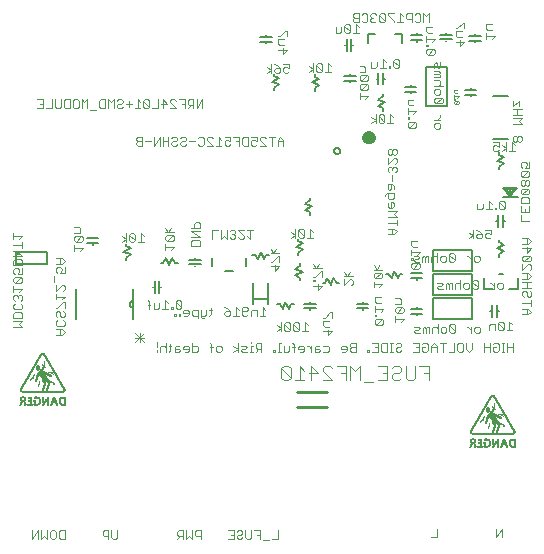
<source format=gbo>
G75*
G70*
%OFA0B0*%
%FSLAX24Y24*%
%IPPOS*%
%LPD*%
%AMOC8*
5,1,8,0,0,1.08239X$1,22.5*
%
%ADD10C,0.0030*%
%ADD11C,0.0050*%
%ADD12C,0.0060*%
%ADD13C,0.0079*%
%ADD14C,0.0080*%
%ADD15C,0.0400*%
%ADD16C,0.0010*%
%ADD17C,0.0100*%
%ADD18C,0.0040*%
%ADD19R,0.0010X0.0005*%
%ADD20R,0.0120X0.0005*%
%ADD21R,0.0055X0.0005*%
%ADD22R,0.0045X0.0005*%
%ADD23R,0.0050X0.0005*%
%ADD24R,0.0080X0.0005*%
%ADD25R,0.0165X0.0005*%
%ADD26R,0.0140X0.0005*%
%ADD27R,0.0125X0.0005*%
%ADD28R,0.0175X0.0005*%
%ADD29R,0.0155X0.0005*%
%ADD30R,0.0060X0.0005*%
%ADD31R,0.0160X0.0005*%
%ADD32R,0.0170X0.0005*%
%ADD33R,0.0065X0.0005*%
%ADD34R,0.0185X0.0005*%
%ADD35R,0.0180X0.0005*%
%ADD36R,0.0070X0.0005*%
%ADD37R,0.0190X0.0005*%
%ADD38R,0.0195X0.0005*%
%ADD39R,0.0075X0.0005*%
%ADD40R,0.0200X0.0005*%
%ADD41R,0.0090X0.0005*%
%ADD42R,0.0100X0.0005*%
%ADD43R,0.0085X0.0005*%
%ADD44R,0.0095X0.0005*%
%ADD45R,0.0150X0.0005*%
%ADD46R,0.0145X0.0005*%
%ADD47R,0.0030X0.0005*%
%ADD48R,0.0105X0.0005*%
%ADD49R,0.0130X0.0005*%
%ADD50R,0.1370X0.0005*%
%ADD51R,0.1400X0.0005*%
%ADD52R,0.1415X0.0005*%
%ADD53R,0.1435X0.0005*%
%ADD54R,0.1445X0.0005*%
%ADD55R,0.1455X0.0005*%
%ADD56R,0.1460X0.0005*%
%ADD57R,0.0005X0.0005*%
%ADD58R,0.0040X0.0005*%
%ADD59R,0.0035X0.0005*%
%ADD60R,0.0015X0.0005*%
%ADD61R,0.0020X0.0005*%
%ADD62R,0.0025X0.0005*%
%ADD63R,0.0110X0.0005*%
%ADD64R,0.0115X0.0005*%
%ADD65R,0.0235X0.0005*%
%ADD66R,0.0230X0.0005*%
%ADD67R,0.0225X0.0005*%
%ADD68R,0.0220X0.0005*%
%ADD69R,0.0300X0.0005*%
%ADD70R,0.0290X0.0005*%
%ADD71R,0.0280X0.0005*%
%ADD72R,0.0270X0.0005*%
%ADD73R,0.0135X0.0005*%
%ADD74R,0.0260X0.0005*%
%ADD75R,0.0390X0.0005*%
%ADD76R,0.0370X0.0005*%
%ADD77R,0.0355X0.0005*%
%ADD78R,0.0350X0.0005*%
%ADD79R,0.0335X0.0005*%
%ADD80R,0.0325X0.0005*%
D10*
X005257Y002961D02*
X005257Y003251D01*
X005451Y003251D02*
X005257Y002961D01*
X005451Y002961D02*
X005451Y003251D01*
X005552Y003251D02*
X005552Y002961D01*
X005648Y003058D01*
X005745Y002961D01*
X005745Y003251D01*
X005846Y003203D02*
X005846Y003009D01*
X005895Y002961D01*
X005991Y002961D01*
X006040Y003009D01*
X006040Y003203D01*
X005991Y003251D01*
X005895Y003251D01*
X005846Y003203D01*
X006141Y003203D02*
X006141Y003009D01*
X006189Y002961D01*
X006335Y002961D01*
X006335Y003251D01*
X006189Y003251D01*
X006141Y003203D01*
X007596Y003203D02*
X007596Y003106D01*
X007645Y003058D01*
X007790Y003058D01*
X007790Y002961D02*
X007790Y003251D01*
X007645Y003251D01*
X007596Y003203D01*
X007891Y003251D02*
X007891Y003009D01*
X007939Y002961D01*
X008036Y002961D01*
X008085Y003009D01*
X008085Y003251D01*
X010082Y003203D02*
X010082Y003106D01*
X010130Y003058D01*
X010275Y003058D01*
X010178Y003058D02*
X010082Y002961D01*
X010275Y002961D02*
X010275Y003251D01*
X010130Y003251D01*
X010082Y003203D01*
X010376Y003251D02*
X010376Y002961D01*
X010473Y003058D01*
X010570Y002961D01*
X010570Y003251D01*
X010671Y003203D02*
X010671Y003106D01*
X010719Y003058D01*
X010865Y003058D01*
X010865Y002961D02*
X010865Y003251D01*
X010719Y003251D01*
X010671Y003203D01*
X011768Y003251D02*
X011961Y003251D01*
X011961Y002961D01*
X011768Y002961D01*
X011865Y003106D02*
X011961Y003106D01*
X012062Y003058D02*
X012062Y003009D01*
X012111Y002961D01*
X012208Y002961D01*
X012256Y003009D01*
X012357Y003009D02*
X012357Y003251D01*
X012256Y003203D02*
X012256Y003154D01*
X012208Y003106D01*
X012111Y003106D01*
X012062Y003058D01*
X012062Y003203D02*
X012111Y003251D01*
X012208Y003251D01*
X012256Y003203D01*
X012357Y003009D02*
X012405Y002961D01*
X012502Y002961D01*
X012551Y003009D01*
X012551Y003251D01*
X012652Y003251D02*
X012845Y003251D01*
X012845Y002961D01*
X012946Y002912D02*
X013140Y002912D01*
X013241Y002961D02*
X013435Y002961D01*
X013435Y003251D01*
X012845Y003106D02*
X012748Y003106D01*
X018551Y003011D02*
X018745Y003011D01*
X018745Y003301D01*
X020701Y003301D02*
X020701Y003011D01*
X020895Y003301D01*
X020895Y003011D01*
X020990Y009201D02*
X020893Y009201D01*
X020941Y009201D02*
X020941Y009491D01*
X020893Y009491D02*
X020990Y009491D01*
X021091Y009491D02*
X021091Y009201D01*
X021091Y009346D02*
X021285Y009346D01*
X021285Y009201D02*
X021285Y009491D01*
X021253Y009916D02*
X021060Y009916D01*
X021157Y009916D02*
X021157Y010206D01*
X021253Y010109D01*
X020959Y010158D02*
X020959Y009964D01*
X020765Y010158D01*
X020765Y009964D01*
X020814Y009916D01*
X020910Y009916D01*
X020959Y009964D01*
X020959Y010158D02*
X020910Y010206D01*
X020814Y010206D01*
X020765Y010158D01*
X020664Y010109D02*
X020664Y009916D01*
X020664Y010109D02*
X020519Y010109D01*
X020471Y010061D01*
X020471Y009916D01*
X020182Y009884D02*
X020134Y009836D01*
X020037Y009836D01*
X019989Y009884D01*
X019989Y009981D01*
X020037Y010029D01*
X020134Y010029D01*
X020182Y009981D01*
X020182Y009884D01*
X019887Y009836D02*
X019887Y010029D01*
X019791Y010029D02*
X019742Y010029D01*
X019791Y010029D02*
X019887Y009933D01*
X019909Y009491D02*
X019909Y009298D01*
X019813Y009201D01*
X019716Y009298D01*
X019716Y009491D01*
X019615Y009443D02*
X019615Y009249D01*
X019566Y009201D01*
X019470Y009201D01*
X019421Y009249D01*
X019421Y009443D01*
X019470Y009491D01*
X019566Y009491D01*
X019615Y009443D01*
X019320Y009491D02*
X019320Y009201D01*
X019127Y009201D01*
X018929Y009201D02*
X018929Y009491D01*
X019026Y009491D02*
X018832Y009491D01*
X018731Y009394D02*
X018634Y009491D01*
X018537Y009394D01*
X018537Y009201D01*
X018436Y009249D02*
X018388Y009201D01*
X018291Y009201D01*
X018243Y009249D01*
X018243Y009346D01*
X018339Y009346D01*
X018243Y009443D02*
X018291Y009491D01*
X018388Y009491D01*
X018436Y009443D01*
X018436Y009249D01*
X018537Y009346D02*
X018731Y009346D01*
X018731Y009394D02*
X018731Y009201D01*
X018142Y009201D02*
X017948Y009201D01*
X018045Y009346D02*
X018142Y009346D01*
X018142Y009491D02*
X018142Y009201D01*
X018142Y009491D02*
X017948Y009491D01*
X018023Y009836D02*
X017975Y009884D01*
X018023Y009933D01*
X018120Y009933D01*
X018169Y009981D01*
X018120Y010029D01*
X017975Y010029D01*
X018023Y009836D02*
X018169Y009836D01*
X018270Y009836D02*
X018270Y009981D01*
X018318Y010029D01*
X018366Y009981D01*
X018366Y009836D01*
X018463Y009836D02*
X018463Y010029D01*
X018415Y010029D01*
X018366Y009981D01*
X018564Y009981D02*
X018564Y009836D01*
X018564Y009981D02*
X018613Y010029D01*
X018709Y010029D01*
X018758Y009981D01*
X018859Y009981D02*
X018907Y010029D01*
X019004Y010029D01*
X019053Y009981D01*
X019053Y009884D01*
X019004Y009836D01*
X018907Y009836D01*
X018859Y009884D01*
X018859Y009981D01*
X018758Y010126D02*
X018758Y009836D01*
X019154Y009884D02*
X019154Y010078D01*
X019347Y009884D01*
X019299Y009836D01*
X019202Y009836D01*
X019154Y009884D01*
X019347Y009884D02*
X019347Y010078D01*
X019299Y010126D01*
X019202Y010126D01*
X019154Y010078D01*
X019131Y011297D02*
X019131Y011442D01*
X019083Y011490D01*
X019034Y011442D01*
X019034Y011297D01*
X018933Y011297D02*
X018788Y011297D01*
X018740Y011345D01*
X018788Y011394D01*
X018885Y011394D01*
X018933Y011442D01*
X018885Y011490D01*
X018740Y011490D01*
X019131Y011442D02*
X019179Y011490D01*
X019228Y011490D01*
X019228Y011297D01*
X019329Y011297D02*
X019329Y011442D01*
X019377Y011490D01*
X019474Y011490D01*
X019522Y011442D01*
X019624Y011442D02*
X019672Y011490D01*
X019769Y011490D01*
X019817Y011442D01*
X019817Y011345D01*
X019769Y011297D01*
X019672Y011297D01*
X019624Y011345D01*
X019624Y011442D01*
X019522Y011587D02*
X019522Y011297D01*
X019918Y011345D02*
X019918Y011539D01*
X020112Y011345D01*
X020063Y011297D01*
X019967Y011297D01*
X019918Y011345D01*
X020112Y011345D02*
X020112Y011539D01*
X020063Y011587D01*
X019967Y011587D01*
X019918Y011539D01*
X020507Y011490D02*
X020555Y011490D01*
X020652Y011394D01*
X020652Y011490D02*
X020652Y011297D01*
X020753Y011345D02*
X020753Y011442D01*
X020801Y011490D01*
X020898Y011490D01*
X020947Y011442D01*
X020947Y011345D01*
X020898Y011297D01*
X020801Y011297D01*
X020753Y011345D01*
X021590Y011327D02*
X021880Y011327D01*
X021831Y011226D02*
X021880Y011178D01*
X021880Y011081D01*
X021831Y011033D01*
X021783Y011033D01*
X021735Y011081D01*
X021735Y011178D01*
X021686Y011226D01*
X021638Y011226D01*
X021590Y011178D01*
X021590Y011081D01*
X021638Y011033D01*
X021590Y010835D02*
X021880Y010835D01*
X021880Y010931D02*
X021880Y010738D01*
X021783Y010637D02*
X021590Y010637D01*
X021735Y010637D02*
X021735Y010443D01*
X021783Y010443D02*
X021880Y010540D01*
X021783Y010637D01*
X021783Y010443D02*
X021590Y010443D01*
X021735Y011327D02*
X021735Y011521D01*
X021735Y011622D02*
X021735Y011815D01*
X021783Y011815D02*
X021590Y011815D01*
X021590Y011917D02*
X021783Y012110D01*
X021831Y012110D01*
X021880Y012062D01*
X021880Y011965D01*
X021831Y011917D01*
X021783Y011815D02*
X021880Y011719D01*
X021783Y011622D01*
X021590Y011622D01*
X021590Y011521D02*
X021880Y011521D01*
X021590Y011917D02*
X021590Y012110D01*
X021638Y012211D02*
X021831Y012405D01*
X021638Y012405D01*
X021590Y012356D01*
X021590Y012260D01*
X021638Y012211D01*
X021831Y012211D01*
X021880Y012260D01*
X021880Y012356D01*
X021831Y012405D01*
X021735Y012506D02*
X021735Y012699D01*
X021735Y012801D02*
X021735Y012994D01*
X021783Y012994D02*
X021590Y012994D01*
X021783Y012994D02*
X021880Y012897D01*
X021783Y012801D01*
X021590Y012801D01*
X021590Y012651D02*
X021880Y012651D01*
X021735Y012506D01*
X021822Y013561D02*
X021532Y013561D01*
X021532Y013754D01*
X021532Y013855D02*
X021532Y014049D01*
X021532Y014150D02*
X021532Y014295D01*
X021580Y014344D01*
X021774Y014344D01*
X021822Y014295D01*
X021822Y014150D01*
X021532Y014150D01*
X021677Y013952D02*
X021677Y013855D01*
X021822Y013855D02*
X021532Y013855D01*
X021822Y013855D02*
X021822Y014049D01*
X021774Y014445D02*
X021580Y014445D01*
X021774Y014638D01*
X021580Y014638D01*
X021532Y014590D01*
X021532Y014493D01*
X021580Y014445D01*
X021774Y014445D02*
X021822Y014493D01*
X021822Y014590D01*
X021774Y014638D01*
X021774Y014739D02*
X021726Y014739D01*
X021677Y014788D01*
X021677Y014885D01*
X021629Y014933D01*
X021580Y014933D01*
X021532Y014885D01*
X021532Y014788D01*
X021580Y014739D01*
X021629Y014739D01*
X021677Y014788D01*
X021677Y014885D02*
X021726Y014933D01*
X021774Y014933D01*
X021822Y014885D01*
X021822Y014788D01*
X021774Y014739D01*
X021774Y015034D02*
X021580Y015034D01*
X021774Y015228D01*
X021580Y015228D01*
X021532Y015179D01*
X021532Y015082D01*
X021580Y015034D01*
X021774Y015034D02*
X021822Y015082D01*
X021822Y015179D01*
X021774Y015228D01*
X021822Y015329D02*
X021677Y015329D01*
X021726Y015425D01*
X021726Y015474D01*
X021677Y015522D01*
X021580Y015522D01*
X021532Y015474D01*
X021532Y015377D01*
X021580Y015329D01*
X021822Y015329D02*
X021822Y015522D01*
X021332Y015886D02*
X021138Y015886D01*
X021235Y015886D02*
X021235Y016176D01*
X021332Y016079D01*
X021319Y016199D02*
X021368Y016199D01*
X021416Y016247D01*
X021416Y016344D01*
X021368Y016392D01*
X021319Y016392D01*
X021271Y016344D01*
X021271Y016247D01*
X021319Y016199D01*
X021416Y016247D02*
X021464Y016199D01*
X021513Y016199D01*
X021561Y016247D01*
X021561Y016344D01*
X021513Y016392D01*
X021464Y016392D01*
X021416Y016344D01*
X021037Y016176D02*
X021037Y015886D01*
X021037Y015983D02*
X020892Y016079D01*
X020792Y016031D02*
X020695Y016079D01*
X020647Y016079D01*
X020598Y016031D01*
X020598Y015934D01*
X020647Y015886D01*
X020743Y015886D01*
X020792Y015934D01*
X020792Y016031D02*
X020792Y016176D01*
X020598Y016176D01*
X020892Y015886D02*
X021037Y015983D01*
X021271Y016788D02*
X021561Y016788D01*
X021464Y016885D01*
X021561Y016982D01*
X021271Y016982D01*
X021271Y017083D02*
X021561Y017083D01*
X021416Y017083D02*
X021416Y017276D01*
X021464Y017377D02*
X021464Y017571D01*
X021271Y017377D01*
X021271Y017571D01*
X021271Y017276D02*
X021561Y017276D01*
X019510Y019388D02*
X019510Y019582D01*
X019558Y019683D02*
X019413Y019683D01*
X019365Y019731D01*
X019365Y019876D01*
X019558Y019876D01*
X019655Y019978D02*
X019655Y020171D01*
X019606Y020171D01*
X019413Y019978D01*
X019365Y019978D01*
X019365Y019533D02*
X019655Y019533D01*
X019510Y019388D01*
X018848Y018847D02*
X018848Y018702D01*
X018800Y018654D01*
X018751Y018702D01*
X018751Y018799D01*
X018703Y018847D01*
X018655Y018799D01*
X018655Y018654D01*
X018655Y018553D02*
X018800Y018553D01*
X018848Y018504D01*
X018800Y018456D01*
X018655Y018456D01*
X018655Y018359D02*
X018848Y018359D01*
X018848Y018407D01*
X018800Y018456D01*
X018800Y018258D02*
X018655Y018258D01*
X018800Y018258D02*
X018848Y018210D01*
X018848Y018113D01*
X018800Y018064D01*
X018800Y017963D02*
X018848Y017915D01*
X018848Y017818D01*
X018800Y017770D01*
X018703Y017770D01*
X018655Y017818D01*
X018655Y017915D01*
X018703Y017963D01*
X018800Y017963D01*
X018945Y018064D02*
X018655Y018064D01*
X018703Y017669D02*
X018655Y017620D01*
X018655Y017523D01*
X018703Y017475D01*
X018896Y017669D01*
X018703Y017669D01*
X018896Y017669D02*
X018945Y017620D01*
X018945Y017523D01*
X018896Y017475D01*
X018703Y017475D01*
X018848Y017080D02*
X018848Y017032D01*
X018751Y016935D01*
X018655Y016935D02*
X018848Y016935D01*
X018800Y016834D02*
X018848Y016785D01*
X018848Y016689D01*
X018800Y016640D01*
X018703Y016640D01*
X018655Y016689D01*
X018655Y016785D01*
X018703Y016834D01*
X018800Y016834D01*
X018052Y016818D02*
X018004Y016867D01*
X017810Y016673D01*
X017762Y016722D01*
X017762Y016818D01*
X017810Y016867D01*
X018004Y016867D01*
X018052Y016818D02*
X018052Y016722D01*
X018004Y016673D01*
X017810Y016673D01*
X017810Y016968D02*
X017810Y017016D01*
X017762Y017016D01*
X017762Y016968D01*
X017810Y016968D01*
X017762Y017115D02*
X017762Y017309D01*
X017762Y017212D02*
X018052Y017212D01*
X017956Y017115D01*
X017956Y017410D02*
X017810Y017410D01*
X017762Y017458D01*
X017762Y017603D01*
X017956Y017603D01*
X017285Y017012D02*
X017188Y017109D01*
X017188Y016818D01*
X017285Y016818D02*
X017091Y016818D01*
X016990Y016867D02*
X016941Y016818D01*
X016845Y016818D01*
X016796Y016867D01*
X016796Y017060D01*
X016990Y016867D01*
X016990Y017060D01*
X016941Y017109D01*
X016845Y017109D01*
X016796Y017060D01*
X016695Y017109D02*
X016695Y016818D01*
X016695Y016915D02*
X016550Y017012D01*
X016695Y016915D02*
X016550Y016818D01*
X017155Y015958D02*
X017107Y015909D01*
X017107Y015812D01*
X017155Y015764D01*
X017203Y015764D01*
X017252Y015812D01*
X017252Y015909D01*
X017203Y015958D01*
X017155Y015958D01*
X017252Y015909D02*
X017300Y015958D01*
X017349Y015958D01*
X017397Y015909D01*
X017397Y015812D01*
X017349Y015764D01*
X017300Y015764D01*
X017252Y015812D01*
X017300Y015663D02*
X017107Y015469D01*
X017107Y015663D01*
X017300Y015663D02*
X017349Y015663D01*
X017397Y015615D01*
X017397Y015518D01*
X017349Y015469D01*
X017349Y015368D02*
X017300Y015368D01*
X017252Y015320D01*
X017203Y015368D01*
X017155Y015368D01*
X017107Y015320D01*
X017107Y015223D01*
X017155Y015175D01*
X017252Y015271D02*
X017252Y015320D01*
X017349Y015368D02*
X017397Y015320D01*
X017397Y015223D01*
X017349Y015175D01*
X017252Y015074D02*
X017252Y014880D01*
X017252Y014779D02*
X017107Y014779D01*
X017107Y014634D01*
X017155Y014585D01*
X017203Y014634D01*
X017203Y014779D01*
X017252Y014779D02*
X017300Y014731D01*
X017300Y014634D01*
X017300Y014484D02*
X017058Y014484D01*
X017010Y014436D01*
X017010Y014388D01*
X017107Y014339D02*
X017107Y014484D01*
X017107Y014339D02*
X017155Y014291D01*
X017252Y014291D01*
X017300Y014339D01*
X017300Y014484D01*
X017252Y014190D02*
X017203Y014190D01*
X017203Y013996D01*
X017155Y013996D02*
X017252Y013996D01*
X017300Y014044D01*
X017300Y014141D01*
X017252Y014190D01*
X017107Y014141D02*
X017107Y014044D01*
X017155Y013996D01*
X017107Y013895D02*
X017397Y013895D01*
X017300Y013798D01*
X017397Y013701D01*
X017107Y013701D01*
X017107Y013504D02*
X017397Y013504D01*
X017397Y013600D02*
X017397Y013407D01*
X017300Y013306D02*
X017107Y013306D01*
X017252Y013306D02*
X017252Y013112D01*
X017300Y013112D02*
X017397Y013209D01*
X017300Y013306D01*
X017300Y013112D02*
X017107Y013112D01*
X017880Y012898D02*
X017880Y012753D01*
X017928Y012705D01*
X018073Y012705D01*
X018073Y012898D02*
X017880Y012898D01*
X017880Y012604D02*
X017880Y012410D01*
X017963Y012392D02*
X018108Y012392D01*
X018156Y012343D01*
X018108Y012295D01*
X018011Y012295D01*
X017963Y012247D01*
X018011Y012198D01*
X018156Y012198D01*
X018121Y012162D02*
X017928Y011968D01*
X017880Y012017D01*
X017880Y012113D01*
X017928Y012162D01*
X018121Y012162D01*
X018170Y012113D01*
X018170Y012017D01*
X018121Y011968D01*
X017928Y011968D01*
X017928Y012263D02*
X017880Y012263D01*
X017880Y012311D01*
X017928Y012311D01*
X017928Y012263D01*
X018073Y012410D02*
X018170Y012507D01*
X017880Y012507D01*
X018257Y012343D02*
X018257Y012198D01*
X018354Y012198D02*
X018354Y012343D01*
X018306Y012392D01*
X018257Y012343D01*
X018354Y012343D02*
X018402Y012392D01*
X018451Y012392D01*
X018451Y012198D01*
X018552Y012198D02*
X018552Y012343D01*
X018600Y012392D01*
X018697Y012392D01*
X018745Y012343D01*
X018847Y012343D02*
X018895Y012392D01*
X018992Y012392D01*
X019040Y012343D01*
X019040Y012247D01*
X018992Y012198D01*
X018895Y012198D01*
X018847Y012247D01*
X018847Y012343D01*
X018745Y012198D02*
X018745Y012489D01*
X019141Y012440D02*
X019141Y012247D01*
X019190Y012198D01*
X019286Y012198D01*
X019335Y012247D01*
X019141Y012440D01*
X019190Y012489D01*
X019286Y012489D01*
X019335Y012440D01*
X019335Y012247D01*
X019730Y012392D02*
X019778Y012392D01*
X019875Y012295D01*
X019875Y012198D02*
X019875Y012392D01*
X019976Y012343D02*
X020024Y012392D01*
X020121Y012392D01*
X020170Y012343D01*
X020170Y012247D01*
X020121Y012198D01*
X020024Y012198D01*
X019976Y012247D01*
X019976Y012343D01*
X019953Y012978D02*
X019953Y013269D01*
X020054Y013269D02*
X020150Y013220D01*
X020247Y013123D01*
X020102Y013123D01*
X020054Y013075D01*
X020054Y013027D01*
X020102Y012978D01*
X020199Y012978D01*
X020247Y013027D01*
X020247Y013123D01*
X020348Y013123D02*
X020348Y013027D01*
X020397Y012978D01*
X020493Y012978D01*
X020542Y013027D01*
X020542Y013123D02*
X020445Y013172D01*
X020397Y013172D01*
X020348Y013123D01*
X020348Y013269D02*
X020542Y013269D01*
X020542Y013123D01*
X019953Y013075D02*
X019807Y013172D01*
X019953Y013075D02*
X019807Y012978D01*
X020071Y013941D02*
X020071Y014134D01*
X020264Y014134D02*
X020264Y013989D01*
X020216Y013941D01*
X020071Y013941D01*
X020365Y013941D02*
X020559Y013941D01*
X020462Y013941D02*
X020462Y014231D01*
X020559Y014134D01*
X020658Y013989D02*
X020658Y013941D01*
X020706Y013941D01*
X020706Y013989D01*
X020658Y013989D01*
X020807Y013989D02*
X020807Y014183D01*
X021001Y013989D01*
X020952Y013941D01*
X020856Y013941D01*
X020807Y013989D01*
X020807Y014183D02*
X020856Y014231D01*
X020952Y014231D01*
X021001Y014183D01*
X021001Y013989D01*
X017543Y010933D02*
X017495Y010981D01*
X017350Y010981D01*
X017350Y010788D02*
X017543Y010788D01*
X017543Y010933D01*
X017591Y010686D02*
X017398Y010686D01*
X017350Y010638D01*
X017350Y010541D01*
X017398Y010493D01*
X017591Y010686D01*
X017640Y010638D01*
X017640Y010541D01*
X017591Y010493D01*
X017398Y010493D01*
X017350Y010392D02*
X017350Y010198D01*
X017350Y010295D02*
X017640Y010295D01*
X017543Y010198D01*
X016957Y010242D02*
X016909Y010291D01*
X016715Y010097D01*
X016667Y010145D01*
X016667Y010242D01*
X016715Y010291D01*
X016909Y010291D01*
X016957Y010242D02*
X016957Y010145D01*
X016909Y010097D01*
X016715Y010097D01*
X016715Y010392D02*
X016715Y010440D01*
X016667Y010440D01*
X016667Y010392D01*
X016715Y010392D01*
X016667Y010539D02*
X016667Y010733D01*
X016667Y010636D02*
X016957Y010636D01*
X016861Y010539D01*
X016861Y010834D02*
X016715Y010834D01*
X016667Y010882D01*
X016667Y011027D01*
X016861Y011027D01*
X016823Y011346D02*
X016920Y011443D01*
X016630Y011443D01*
X016630Y011539D02*
X016630Y011346D01*
X016678Y011641D02*
X016630Y011689D01*
X016630Y011786D01*
X016678Y011834D01*
X016871Y011834D01*
X016678Y011641D01*
X016871Y011641D01*
X016920Y011689D01*
X016920Y011786D01*
X016871Y011834D01*
X016920Y011935D02*
X016630Y011935D01*
X016726Y011935D02*
X016630Y012080D01*
X016726Y011935D02*
X016823Y012080D01*
X015927Y011718D02*
X015637Y011718D01*
X015734Y011718D02*
X015637Y011863D01*
X015734Y011718D02*
X015831Y011863D01*
X015831Y011617D02*
X015879Y011617D01*
X015927Y011568D01*
X015927Y011472D01*
X015879Y011423D01*
X015831Y011617D02*
X015637Y011423D01*
X015637Y011617D01*
X014912Y011701D02*
X014912Y011894D01*
X014864Y011894D01*
X014670Y011701D01*
X014622Y011701D01*
X014622Y011602D02*
X014622Y011553D01*
X014670Y011553D01*
X014670Y011602D01*
X014622Y011602D01*
X014622Y011404D02*
X014912Y011404D01*
X014767Y011259D01*
X014767Y011452D01*
X014719Y011995D02*
X014622Y012140D01*
X014622Y011995D02*
X014912Y011995D01*
X014816Y012140D02*
X014719Y011995D01*
X014604Y013003D02*
X014411Y013003D01*
X014508Y013003D02*
X014508Y013294D01*
X014604Y013197D01*
X014310Y013245D02*
X014310Y013052D01*
X014116Y013245D01*
X014116Y013052D01*
X014165Y013003D01*
X014261Y013003D01*
X014310Y013052D01*
X014310Y013245D02*
X014261Y013294D01*
X014165Y013294D01*
X014116Y013245D01*
X014015Y013294D02*
X014015Y013003D01*
X014015Y013100D02*
X013870Y013197D01*
X014015Y013100D02*
X013870Y013003D01*
X013386Y012635D02*
X013289Y012490D01*
X013192Y012635D01*
X013192Y012490D02*
X013482Y012490D01*
X013482Y012389D02*
X013434Y012389D01*
X013240Y012196D01*
X013192Y012196D01*
X013192Y012046D02*
X013482Y012046D01*
X013337Y011901D01*
X013337Y012094D01*
X013482Y012196D02*
X013482Y012389D01*
X012512Y012966D02*
X012512Y013256D01*
X012416Y013256D02*
X012609Y013256D01*
X012416Y013062D02*
X012512Y012966D01*
X012314Y013014D02*
X012266Y012966D01*
X012169Y012966D01*
X012121Y013014D01*
X012020Y013014D02*
X012020Y013062D01*
X011971Y013111D01*
X012020Y013159D01*
X012020Y013207D01*
X011971Y013256D01*
X011875Y013256D01*
X011826Y013207D01*
X011725Y013256D02*
X011725Y012966D01*
X011628Y013062D01*
X011532Y012966D01*
X011532Y013256D01*
X011431Y013256D02*
X011237Y013256D01*
X011237Y012966D01*
X010842Y013024D02*
X010552Y013218D01*
X010842Y013218D01*
X010842Y013319D02*
X010842Y013464D01*
X010794Y013512D01*
X010697Y013512D01*
X010649Y013464D01*
X010649Y013319D01*
X010552Y013319D02*
X010842Y013319D01*
X010842Y013024D02*
X010552Y013024D01*
X010600Y012923D02*
X010794Y012923D01*
X010842Y012875D01*
X010842Y012729D01*
X010552Y012729D01*
X010552Y012875D01*
X010600Y012923D01*
X009975Y012941D02*
X009975Y013038D01*
X009926Y013086D01*
X009733Y012893D01*
X009685Y012941D01*
X009685Y013038D01*
X009733Y013086D01*
X009926Y013086D01*
X009975Y013188D02*
X009685Y013188D01*
X009781Y013188D02*
X009878Y013333D01*
X009781Y013188D02*
X009685Y013333D01*
X009733Y012893D02*
X009926Y012893D01*
X009975Y012941D01*
X009975Y012695D02*
X009685Y012695D01*
X009685Y012598D02*
X009685Y012792D01*
X009878Y012598D02*
X009975Y012695D01*
X008967Y012858D02*
X008773Y012858D01*
X008870Y012858D02*
X008870Y013149D01*
X008967Y013052D01*
X008672Y013100D02*
X008624Y013149D01*
X008527Y013149D01*
X008479Y013100D01*
X008672Y012907D01*
X008624Y012858D01*
X008527Y012858D01*
X008479Y012907D01*
X008479Y013100D01*
X008378Y013149D02*
X008378Y012858D01*
X008378Y012955D02*
X008232Y013052D01*
X008378Y012955D02*
X008232Y012858D01*
X008672Y012907D02*
X008672Y013100D01*
X006940Y013013D02*
X006891Y013061D01*
X006698Y012868D01*
X006650Y012916D01*
X006650Y013013D01*
X006698Y013061D01*
X006891Y013061D01*
X006940Y013013D02*
X006940Y012916D01*
X006891Y012868D01*
X006698Y012868D01*
X006650Y012767D02*
X006650Y012573D01*
X006650Y012670D02*
X006940Y012670D01*
X006843Y012573D01*
X006327Y012217D02*
X006231Y012314D01*
X006037Y012314D01*
X006182Y012314D02*
X006182Y012121D01*
X006231Y012121D02*
X006327Y012217D01*
X006231Y012121D02*
X006037Y012121D01*
X006085Y012019D02*
X006037Y011971D01*
X006037Y011874D01*
X006085Y011826D01*
X006182Y011826D02*
X006231Y011923D01*
X006231Y011971D01*
X006182Y012019D01*
X006085Y012019D01*
X006182Y011826D02*
X006327Y011826D01*
X006327Y012019D01*
X005989Y011725D02*
X005989Y011531D01*
X006037Y011430D02*
X006037Y011237D01*
X006231Y011430D01*
X006279Y011430D01*
X006327Y011382D01*
X006327Y011285D01*
X006279Y011237D01*
X006327Y011039D02*
X006037Y011039D01*
X006037Y011135D02*
X006037Y010942D01*
X006231Y010942D02*
X006327Y011039D01*
X006327Y010841D02*
X006279Y010841D01*
X006085Y010647D01*
X006037Y010647D01*
X006085Y010546D02*
X006037Y010498D01*
X006037Y010401D01*
X006085Y010353D01*
X006085Y010251D02*
X006037Y010203D01*
X006037Y010106D01*
X006085Y010058D01*
X006279Y010058D01*
X006327Y010106D01*
X006327Y010203D01*
X006279Y010251D01*
X006279Y010353D02*
X006231Y010353D01*
X006182Y010401D01*
X006182Y010498D01*
X006134Y010546D01*
X006085Y010546D01*
X006279Y010546D02*
X006327Y010498D01*
X006327Y010401D01*
X006279Y010353D01*
X006327Y010647D02*
X006327Y010841D01*
X006231Y009957D02*
X006037Y009957D01*
X006182Y009957D02*
X006182Y009763D01*
X006231Y009763D02*
X006327Y009860D01*
X006231Y009957D01*
X006231Y009763D02*
X006037Y009763D01*
X004912Y010021D02*
X004816Y010118D01*
X004912Y010214D01*
X004622Y010214D01*
X004622Y010315D02*
X004622Y010461D01*
X004670Y010509D01*
X004864Y010509D01*
X004912Y010461D01*
X004912Y010315D01*
X004622Y010315D01*
X004670Y010610D02*
X004622Y010658D01*
X004622Y010755D01*
X004670Y010804D01*
X004670Y010905D02*
X004622Y010953D01*
X004622Y011050D01*
X004670Y011098D01*
X004719Y011098D01*
X004767Y011050D01*
X004767Y011001D01*
X004767Y011050D02*
X004816Y011098D01*
X004864Y011098D01*
X004912Y011050D01*
X004912Y010953D01*
X004864Y010905D01*
X004864Y010804D02*
X004912Y010755D01*
X004912Y010658D01*
X004864Y010610D01*
X004670Y010610D01*
X004622Y011199D02*
X004622Y011393D01*
X004622Y011296D02*
X004912Y011296D01*
X004816Y011199D01*
X004864Y011494D02*
X004670Y011494D01*
X004864Y011688D01*
X004670Y011688D01*
X004622Y011639D01*
X004622Y011542D01*
X004670Y011494D01*
X004864Y011494D02*
X004912Y011542D01*
X004912Y011639D01*
X004864Y011688D01*
X004912Y011789D02*
X004767Y011789D01*
X004816Y011885D01*
X004816Y011934D01*
X004767Y011982D01*
X004670Y011982D01*
X004622Y011934D01*
X004622Y011837D01*
X004670Y011789D01*
X004912Y011789D02*
X004912Y011982D01*
X004912Y012083D02*
X004912Y012228D01*
X004864Y012277D01*
X004670Y012277D01*
X004622Y012228D01*
X004622Y012083D01*
X004912Y012083D01*
X004912Y012378D02*
X004622Y012378D01*
X004622Y012571D02*
X004912Y012571D01*
X004816Y012475D01*
X004912Y012378D01*
X004912Y012673D02*
X004912Y012866D01*
X004912Y012769D02*
X004622Y012769D01*
X004622Y012967D02*
X004622Y013161D01*
X004622Y013064D02*
X004912Y013064D01*
X004816Y012967D01*
X006650Y013163D02*
X006843Y013163D01*
X006843Y013308D01*
X006795Y013356D01*
X006650Y013356D01*
X008760Y016073D02*
X008905Y016073D01*
X008905Y016364D01*
X008760Y016364D01*
X008712Y016315D01*
X008712Y016267D01*
X008760Y016218D01*
X008905Y016218D01*
X009006Y016218D02*
X009200Y016218D01*
X009301Y016073D02*
X009301Y016364D01*
X009494Y016364D02*
X009301Y016073D01*
X009494Y016073D02*
X009494Y016364D01*
X009596Y016364D02*
X009596Y016073D01*
X009596Y016218D02*
X009789Y016218D01*
X009890Y016170D02*
X009890Y016122D01*
X009939Y016073D01*
X010035Y016073D01*
X010084Y016122D01*
X010185Y016122D02*
X010185Y016170D01*
X010233Y016218D01*
X010330Y016218D01*
X010378Y016267D01*
X010378Y016315D01*
X010330Y016364D01*
X010233Y016364D01*
X010185Y016315D01*
X010084Y016315D02*
X010084Y016267D01*
X010035Y016218D01*
X009939Y016218D01*
X009890Y016170D01*
X009789Y016073D02*
X009789Y016364D01*
X009890Y016315D02*
X009939Y016364D01*
X010035Y016364D01*
X010084Y016315D01*
X010185Y016122D02*
X010233Y016073D01*
X010330Y016073D01*
X010378Y016122D01*
X010479Y016218D02*
X010673Y016218D01*
X010774Y016122D02*
X010823Y016073D01*
X010919Y016073D01*
X010968Y016122D01*
X010968Y016315D01*
X010919Y016364D01*
X010823Y016364D01*
X010774Y016315D01*
X011069Y016315D02*
X011117Y016364D01*
X011214Y016364D01*
X011262Y016315D01*
X011069Y016315D02*
X011069Y016267D01*
X011262Y016073D01*
X011069Y016073D01*
X011363Y016073D02*
X011557Y016073D01*
X011460Y016073D02*
X011460Y016364D01*
X011557Y016267D01*
X011658Y016218D02*
X011658Y016122D01*
X011706Y016073D01*
X011803Y016073D01*
X011852Y016122D01*
X011852Y016218D02*
X011755Y016267D01*
X011706Y016267D01*
X011658Y016218D01*
X011658Y016364D02*
X011852Y016364D01*
X011852Y016218D01*
X011953Y016364D02*
X012146Y016364D01*
X012146Y016073D01*
X012247Y016122D02*
X012247Y016315D01*
X012296Y016364D01*
X012441Y016364D01*
X012441Y016073D01*
X012296Y016073D01*
X012247Y016122D01*
X012146Y016218D02*
X012050Y016218D01*
X012542Y016218D02*
X012542Y016122D01*
X012590Y016073D01*
X012687Y016073D01*
X012736Y016122D01*
X012736Y016218D02*
X012639Y016267D01*
X012590Y016267D01*
X012542Y016218D01*
X012542Y016364D02*
X012736Y016364D01*
X012736Y016218D01*
X012837Y016267D02*
X012837Y016315D01*
X012885Y016364D01*
X012982Y016364D01*
X013030Y016315D01*
X013131Y016364D02*
X013325Y016364D01*
X013228Y016364D02*
X013228Y016073D01*
X013030Y016073D02*
X012837Y016267D01*
X012837Y016073D02*
X013030Y016073D01*
X013426Y016073D02*
X013426Y016267D01*
X013523Y016364D01*
X013620Y016267D01*
X013620Y016073D01*
X013620Y016218D02*
X013426Y016218D01*
X013461Y018503D02*
X013365Y018503D01*
X013316Y018552D01*
X013316Y018600D01*
X013365Y018648D01*
X013510Y018648D01*
X013510Y018552D01*
X013461Y018503D01*
X013510Y018648D02*
X013413Y018745D01*
X013316Y018794D01*
X013215Y018794D02*
X013215Y018503D01*
X013215Y018600D02*
X013070Y018697D01*
X013215Y018600D02*
X013070Y018503D01*
X013611Y018552D02*
X013659Y018503D01*
X013756Y018503D01*
X013804Y018552D01*
X013804Y018648D02*
X013708Y018697D01*
X013659Y018697D01*
X013611Y018648D01*
X013611Y018552D01*
X013804Y018648D02*
X013804Y018794D01*
X013611Y018794D01*
X013592Y019122D02*
X013592Y019315D01*
X013641Y019417D02*
X013495Y019417D01*
X013447Y019465D01*
X013447Y019610D01*
X013641Y019610D01*
X013737Y019711D02*
X013737Y019905D01*
X013689Y019905D01*
X013495Y019711D01*
X013447Y019711D01*
X013447Y019267D02*
X013737Y019267D01*
X013592Y019122D01*
X014472Y018714D02*
X014618Y018618D01*
X014472Y018521D01*
X014618Y018521D02*
X014618Y018811D01*
X014719Y018763D02*
X014719Y018569D01*
X014767Y018521D01*
X014864Y018521D01*
X014912Y018569D01*
X014719Y018763D01*
X014767Y018811D01*
X014864Y018811D01*
X014912Y018763D01*
X014912Y018569D01*
X015013Y018521D02*
X015207Y018521D01*
X015110Y018521D02*
X015110Y018811D01*
X015207Y018714D01*
X016162Y018717D02*
X016307Y018717D01*
X016356Y018669D01*
X016356Y018524D01*
X016162Y018524D01*
X016210Y018423D02*
X016162Y018374D01*
X016162Y018277D01*
X016210Y018229D01*
X016404Y018423D01*
X016210Y018423D01*
X016404Y018423D02*
X016452Y018374D01*
X016452Y018277D01*
X016404Y018229D01*
X016210Y018229D01*
X016210Y018128D02*
X016162Y018080D01*
X016162Y017983D01*
X016210Y017934D01*
X016404Y018128D01*
X016210Y018128D01*
X016210Y017934D02*
X016404Y017934D01*
X016452Y017983D01*
X016452Y018080D01*
X016404Y018128D01*
X016162Y017833D02*
X016162Y017640D01*
X016162Y017736D02*
X016452Y017736D01*
X016356Y017640D01*
X016543Y018663D02*
X016543Y018857D01*
X016737Y018857D02*
X016737Y018712D01*
X016688Y018663D01*
X016543Y018663D01*
X016838Y018663D02*
X017031Y018663D01*
X016935Y018663D02*
X016935Y018954D01*
X017031Y018857D01*
X017130Y018712D02*
X017130Y018663D01*
X017179Y018663D01*
X017179Y018712D01*
X017130Y018712D01*
X017280Y018712D02*
X017280Y018905D01*
X017473Y018712D01*
X017425Y018663D01*
X017328Y018663D01*
X017280Y018712D01*
X017280Y018905D02*
X017328Y018954D01*
X017425Y018954D01*
X017473Y018905D01*
X017473Y018712D01*
X018380Y019145D02*
X018380Y019242D01*
X018428Y019291D01*
X018621Y019291D01*
X018428Y019097D01*
X018380Y019145D01*
X018428Y019097D02*
X018621Y019097D01*
X018670Y019145D01*
X018670Y019242D01*
X018621Y019291D01*
X018428Y019392D02*
X018428Y019440D01*
X018380Y019440D01*
X018380Y019392D01*
X018428Y019392D01*
X018380Y019539D02*
X018380Y019733D01*
X018380Y019636D02*
X018670Y019636D01*
X018573Y019539D01*
X018573Y019834D02*
X018428Y019834D01*
X018380Y019882D01*
X018380Y020027D01*
X018573Y020027D01*
X018482Y020186D02*
X018482Y020476D01*
X018385Y020379D01*
X018289Y020476D01*
X018289Y020186D01*
X018187Y020234D02*
X018139Y020186D01*
X018042Y020186D01*
X017994Y020234D01*
X017893Y020186D02*
X017893Y020476D01*
X017748Y020476D01*
X017699Y020428D01*
X017699Y020331D01*
X017748Y020283D01*
X017893Y020283D01*
X017994Y020428D02*
X018042Y020476D01*
X018139Y020476D01*
X018187Y020428D01*
X018187Y020234D01*
X017598Y020186D02*
X017405Y020186D01*
X017501Y020186D02*
X017501Y020476D01*
X017598Y020379D01*
X017303Y020476D02*
X017110Y020476D01*
X017110Y020428D01*
X017303Y020234D01*
X017303Y020186D01*
X017009Y020234D02*
X017009Y020428D01*
X016960Y020476D01*
X016864Y020476D01*
X016815Y020428D01*
X017009Y020234D01*
X016960Y020186D01*
X016864Y020186D01*
X016815Y020234D01*
X016815Y020428D01*
X016714Y020428D02*
X016666Y020476D01*
X016569Y020476D01*
X016521Y020428D01*
X016521Y020379D01*
X016569Y020331D01*
X016521Y020283D01*
X016521Y020234D01*
X016569Y020186D01*
X016666Y020186D01*
X016714Y020234D01*
X016617Y020331D02*
X016569Y020331D01*
X016419Y020428D02*
X016419Y020234D01*
X016371Y020186D01*
X016274Y020186D01*
X016226Y020234D01*
X016125Y020186D02*
X016125Y020476D01*
X015980Y020476D01*
X015931Y020428D01*
X015931Y020379D01*
X015980Y020331D01*
X016125Y020331D01*
X016226Y020428D02*
X016274Y020476D01*
X016371Y020476D01*
X016419Y020428D01*
X016125Y020186D02*
X015980Y020186D01*
X015931Y020234D01*
X015931Y020283D01*
X015980Y020331D01*
X016048Y020119D02*
X016048Y019828D01*
X016145Y019828D02*
X015951Y019828D01*
X015850Y019877D02*
X015656Y020070D01*
X015656Y019877D01*
X015705Y019828D01*
X015801Y019828D01*
X015850Y019877D01*
X015850Y020070D01*
X015801Y020119D01*
X015705Y020119D01*
X015656Y020070D01*
X015555Y020022D02*
X015555Y019877D01*
X015507Y019828D01*
X015362Y019828D01*
X015362Y020022D01*
X016048Y020119D02*
X016145Y020022D01*
X020387Y019966D02*
X020387Y020111D01*
X020581Y020111D01*
X020581Y019918D02*
X020435Y019918D01*
X020387Y019966D01*
X020387Y019817D02*
X020387Y019623D01*
X020387Y019720D02*
X020677Y019720D01*
X020581Y019623D01*
X012314Y013256D02*
X012121Y013256D01*
X012314Y013062D01*
X012314Y013014D01*
X012020Y013014D02*
X011971Y012966D01*
X011875Y012966D01*
X011826Y013014D01*
X011923Y013111D02*
X011971Y013111D01*
X010174Y010919D02*
X010077Y010919D01*
X010029Y010870D01*
X010222Y010677D01*
X010174Y010628D01*
X010077Y010628D01*
X010029Y010677D01*
X010029Y010870D01*
X010174Y010919D02*
X010222Y010870D01*
X010222Y010677D01*
X010323Y010598D02*
X010274Y010549D01*
X010274Y010501D01*
X010468Y010501D01*
X010468Y010549D02*
X010468Y010452D01*
X010419Y010404D01*
X010323Y010404D01*
X010173Y010404D02*
X010125Y010404D01*
X010125Y010452D01*
X010173Y010452D01*
X010173Y010404D01*
X010026Y010404D02*
X009977Y010404D01*
X009977Y010452D01*
X010026Y010452D01*
X010026Y010404D01*
X009928Y010628D02*
X009879Y010628D01*
X009879Y010677D01*
X009928Y010677D01*
X009928Y010628D01*
X009780Y010628D02*
X009587Y010628D01*
X009684Y010628D02*
X009684Y010919D01*
X009780Y010822D01*
X009486Y010822D02*
X009486Y010677D01*
X009437Y010628D01*
X009292Y010628D01*
X009292Y010822D01*
X009191Y010773D02*
X009094Y010773D01*
X009143Y010870D02*
X009094Y010919D01*
X009143Y010870D02*
X009143Y010628D01*
X008987Y009824D02*
X008673Y009511D01*
X008673Y009668D02*
X008987Y009668D01*
X008987Y009511D02*
X008673Y009824D01*
X008830Y009824D02*
X008830Y009511D01*
X009400Y009539D02*
X009400Y009346D01*
X009400Y009249D02*
X009400Y009201D01*
X009501Y009201D02*
X009501Y009346D01*
X009550Y009394D01*
X009647Y009394D01*
X009695Y009346D01*
X009795Y009394D02*
X009891Y009394D01*
X009843Y009443D02*
X009843Y009249D01*
X009795Y009201D01*
X009695Y009201D02*
X009695Y009491D01*
X009992Y009346D02*
X009992Y009201D01*
X010138Y009201D01*
X010186Y009249D01*
X010138Y009298D01*
X009992Y009298D01*
X009992Y009346D02*
X010041Y009394D01*
X010138Y009394D01*
X010287Y009346D02*
X010335Y009394D01*
X010432Y009394D01*
X010481Y009346D01*
X010481Y009249D01*
X010432Y009201D01*
X010335Y009201D01*
X010287Y009298D02*
X010481Y009298D01*
X010582Y009394D02*
X010727Y009394D01*
X010775Y009346D01*
X010775Y009249D01*
X010727Y009201D01*
X010582Y009201D01*
X010582Y009491D01*
X010287Y009346D02*
X010287Y009298D01*
X011170Y009346D02*
X011266Y009346D01*
X011368Y009346D02*
X011416Y009394D01*
X011513Y009394D01*
X011561Y009346D01*
X011561Y009249D01*
X011513Y009201D01*
X011416Y009201D01*
X011368Y009249D01*
X011368Y009346D01*
X011218Y009443D02*
X011170Y009491D01*
X011218Y009443D02*
X011218Y009201D01*
X011956Y009201D02*
X012101Y009298D01*
X011956Y009394D01*
X012101Y009491D02*
X012101Y009201D01*
X012202Y009249D02*
X012251Y009298D01*
X012347Y009298D01*
X012396Y009346D01*
X012347Y009394D01*
X012202Y009394D01*
X012202Y009249D02*
X012251Y009201D01*
X012396Y009201D01*
X012496Y009201D02*
X012592Y009201D01*
X012544Y009201D02*
X012544Y009394D01*
X012592Y009394D01*
X012544Y009491D02*
X012544Y009539D01*
X012693Y009443D02*
X012693Y009346D01*
X012742Y009298D01*
X012887Y009298D01*
X012790Y009298D02*
X012693Y009201D01*
X012887Y009201D02*
X012887Y009491D01*
X012742Y009491D01*
X012693Y009443D01*
X013281Y009249D02*
X013281Y009201D01*
X013329Y009201D01*
X013329Y009249D01*
X013281Y009249D01*
X013429Y009201D02*
X013525Y009201D01*
X013477Y009201D02*
X013477Y009491D01*
X013525Y009491D01*
X013627Y009394D02*
X013627Y009201D01*
X013772Y009201D01*
X013820Y009249D01*
X013820Y009394D01*
X013920Y009346D02*
X014016Y009346D01*
X014118Y009346D02*
X014118Y009298D01*
X014311Y009298D01*
X014311Y009346D02*
X014263Y009394D01*
X014166Y009394D01*
X014118Y009346D01*
X014166Y009201D02*
X014263Y009201D01*
X014311Y009249D01*
X014311Y009346D01*
X014412Y009394D02*
X014460Y009394D01*
X014557Y009298D01*
X014557Y009394D02*
X014557Y009201D01*
X014658Y009201D02*
X014803Y009201D01*
X014851Y009249D01*
X014803Y009298D01*
X014658Y009298D01*
X014658Y009346D02*
X014658Y009201D01*
X014658Y009346D02*
X014706Y009394D01*
X014803Y009394D01*
X014952Y009394D02*
X015098Y009394D01*
X015146Y009346D01*
X015146Y009249D01*
X015098Y009201D01*
X014952Y009201D01*
X015092Y009741D02*
X015092Y009934D01*
X015141Y010035D02*
X014995Y010035D01*
X014947Y010084D01*
X014947Y010229D01*
X015141Y010229D01*
X015237Y010330D02*
X015237Y010524D01*
X015189Y010524D01*
X014995Y010330D01*
X014947Y010330D01*
X014947Y009886D02*
X015237Y009886D01*
X015092Y009741D01*
X015542Y009346D02*
X015542Y009298D01*
X015735Y009298D01*
X015735Y009346D02*
X015687Y009394D01*
X015590Y009394D01*
X015542Y009346D01*
X015590Y009201D02*
X015687Y009201D01*
X015735Y009249D01*
X015735Y009346D01*
X015836Y009394D02*
X015885Y009346D01*
X016030Y009346D01*
X016030Y009201D02*
X016030Y009491D01*
X015885Y009491D01*
X015836Y009443D01*
X015836Y009394D01*
X015885Y009346D02*
X015836Y009298D01*
X015836Y009249D01*
X015885Y009201D01*
X016030Y009201D01*
X016423Y009201D02*
X016472Y009201D01*
X016472Y009249D01*
X016423Y009249D01*
X016423Y009201D01*
X016573Y009201D02*
X016767Y009201D01*
X016767Y009491D01*
X016573Y009491D01*
X016670Y009346D02*
X016767Y009346D01*
X016868Y009249D02*
X016868Y009443D01*
X016916Y009491D01*
X017061Y009491D01*
X017061Y009201D01*
X016916Y009201D01*
X016868Y009249D01*
X017161Y009201D02*
X017258Y009201D01*
X017209Y009201D02*
X017209Y009491D01*
X017161Y009491D02*
X017258Y009491D01*
X017359Y009443D02*
X017407Y009491D01*
X017504Y009491D01*
X017552Y009443D01*
X017552Y009394D01*
X017504Y009346D01*
X017407Y009346D01*
X017359Y009298D01*
X017359Y009249D01*
X017407Y009201D01*
X017504Y009201D01*
X017552Y009249D01*
X020305Y009201D02*
X020305Y009491D01*
X020305Y009346D02*
X020499Y009346D01*
X020600Y009346D02*
X020697Y009346D01*
X020600Y009346D02*
X020600Y009249D01*
X020648Y009201D01*
X020745Y009201D01*
X020793Y009249D01*
X020793Y009443D01*
X020745Y009491D01*
X020648Y009491D01*
X020600Y009443D01*
X020499Y009491D02*
X020499Y009201D01*
X014437Y009883D02*
X014243Y009883D01*
X014340Y009883D02*
X014340Y010174D01*
X014437Y010077D01*
X014142Y010125D02*
X014142Y009932D01*
X013948Y010125D01*
X013948Y009932D01*
X013997Y009883D01*
X014093Y009883D01*
X014142Y009932D01*
X014142Y010125D02*
X014093Y010174D01*
X013997Y010174D01*
X013948Y010125D01*
X013847Y010125D02*
X013847Y009932D01*
X013654Y010125D01*
X013654Y009932D01*
X013702Y009883D01*
X013799Y009883D01*
X013847Y009932D01*
X013847Y010125D02*
X013799Y010174D01*
X013702Y010174D01*
X013654Y010125D01*
X013553Y010174D02*
X013553Y009883D01*
X013553Y009980D02*
X013407Y010077D01*
X013553Y009980D02*
X013407Y009883D01*
X013920Y009491D02*
X013968Y009443D01*
X013968Y009201D01*
X013021Y010404D02*
X012828Y010404D01*
X012925Y010404D02*
X012925Y010694D01*
X013021Y010598D01*
X012727Y010598D02*
X012727Y010404D01*
X012727Y010598D02*
X012582Y010598D01*
X012533Y010549D01*
X012533Y010404D01*
X012432Y010452D02*
X012384Y010404D01*
X012287Y010404D01*
X012238Y010452D01*
X012238Y010646D01*
X012287Y010694D01*
X012384Y010694D01*
X012432Y010646D01*
X012432Y010598D01*
X012384Y010549D01*
X012238Y010549D01*
X012137Y010598D02*
X012041Y010694D01*
X012041Y010404D01*
X012137Y010404D02*
X011944Y010404D01*
X011843Y010452D02*
X011843Y010549D01*
X011698Y010549D01*
X011649Y010501D01*
X011649Y010452D01*
X011698Y010404D01*
X011794Y010404D01*
X011843Y010452D01*
X011843Y010549D02*
X011746Y010646D01*
X011649Y010694D01*
X011253Y010598D02*
X011157Y010598D01*
X011205Y010646D02*
X011205Y010452D01*
X011157Y010404D01*
X011057Y010452D02*
X011057Y010598D01*
X011057Y010452D02*
X011009Y010404D01*
X010863Y010404D01*
X010863Y010356D02*
X010912Y010307D01*
X010960Y010307D01*
X010863Y010356D02*
X010863Y010598D01*
X010762Y010598D02*
X010762Y010307D01*
X010762Y010404D02*
X010617Y010404D01*
X010569Y010452D01*
X010569Y010549D01*
X010617Y010598D01*
X010762Y010598D01*
X010468Y010549D02*
X010419Y010598D01*
X010323Y010598D01*
X004912Y010021D02*
X004622Y010021D01*
X008760Y016073D02*
X008712Y016122D01*
X008712Y016170D01*
X008760Y016218D01*
X008759Y017318D02*
X008759Y017608D01*
X008856Y017511D01*
X008957Y017560D02*
X008957Y017366D01*
X009005Y017318D01*
X009102Y017318D01*
X009150Y017366D01*
X008957Y017560D01*
X009005Y017608D01*
X009102Y017608D01*
X009150Y017560D01*
X009150Y017366D01*
X009251Y017318D02*
X009445Y017318D01*
X009445Y017608D01*
X009594Y017608D02*
X009740Y017463D01*
X009546Y017463D01*
X009594Y017318D02*
X009594Y017608D01*
X009841Y017560D02*
X009841Y017511D01*
X010034Y017318D01*
X009841Y017318D01*
X009841Y017560D02*
X009889Y017608D01*
X009986Y017608D01*
X010034Y017560D01*
X010135Y017608D02*
X010329Y017608D01*
X010329Y017318D01*
X010430Y017318D02*
X010527Y017415D01*
X010478Y017415D02*
X010623Y017415D01*
X010623Y017318D02*
X010623Y017608D01*
X010478Y017608D01*
X010430Y017560D01*
X010430Y017463D01*
X010478Y017415D01*
X010329Y017463D02*
X010232Y017463D01*
X010725Y017318D02*
X010725Y017608D01*
X010918Y017608D02*
X010725Y017318D01*
X010918Y017318D02*
X010918Y017608D01*
X008856Y017318D02*
X008662Y017318D01*
X008561Y017463D02*
X008367Y017463D01*
X008266Y017511D02*
X008266Y017560D01*
X008218Y017608D01*
X008121Y017608D01*
X008073Y017560D01*
X008121Y017463D02*
X008073Y017415D01*
X008073Y017366D01*
X008121Y017318D01*
X008218Y017318D01*
X008266Y017366D01*
X008218Y017463D02*
X008121Y017463D01*
X008218Y017463D02*
X008266Y017511D01*
X008464Y017560D02*
X008464Y017366D01*
X007972Y017318D02*
X007972Y017608D01*
X007875Y017511D01*
X007778Y017608D01*
X007778Y017318D01*
X007677Y017318D02*
X007532Y017318D01*
X007483Y017366D01*
X007483Y017560D01*
X007532Y017608D01*
X007677Y017608D01*
X007677Y017318D01*
X007382Y017269D02*
X007189Y017269D01*
X007088Y017318D02*
X007088Y017608D01*
X006991Y017511D01*
X006894Y017608D01*
X006894Y017318D01*
X006793Y017366D02*
X006745Y017318D01*
X006648Y017318D01*
X006600Y017366D01*
X006600Y017560D01*
X006648Y017608D01*
X006745Y017608D01*
X006793Y017560D01*
X006793Y017366D01*
X006498Y017318D02*
X006353Y017318D01*
X006305Y017366D01*
X006305Y017560D01*
X006353Y017608D01*
X006498Y017608D01*
X006498Y017318D01*
X006204Y017366D02*
X006155Y017318D01*
X006059Y017318D01*
X006010Y017366D01*
X006010Y017608D01*
X005909Y017608D02*
X005909Y017318D01*
X005716Y017318D01*
X005614Y017318D02*
X005421Y017318D01*
X005518Y017463D02*
X005614Y017463D01*
X005614Y017608D02*
X005421Y017608D01*
X005614Y017608D02*
X005614Y017318D01*
X006204Y017366D02*
X006204Y017608D01*
D11*
X005741Y012521D02*
X004718Y012521D01*
X004718Y012111D01*
X005741Y012111D01*
X005741Y012521D01*
X004757Y012473D02*
X004759Y012482D01*
X004764Y012491D01*
X004771Y012496D01*
X004781Y012499D01*
X004790Y012498D01*
X004799Y012494D01*
X004805Y012487D01*
X004809Y012478D01*
X004809Y012468D01*
X004805Y012459D01*
X004799Y012452D01*
X004790Y012448D01*
X004781Y012447D01*
X004771Y012450D01*
X004764Y012455D01*
X004759Y012464D01*
X004757Y012473D01*
X014060Y007846D02*
X014560Y007846D01*
X014560Y007346D02*
X015060Y007346D01*
X018610Y010296D02*
X019910Y010296D01*
X019910Y010996D01*
X018610Y010996D01*
X018610Y010296D01*
X018603Y011102D02*
X019903Y011102D01*
X019903Y011802D01*
X018603Y011802D01*
X018603Y011102D01*
X018610Y011896D02*
X019910Y011896D01*
X019910Y012596D01*
X018610Y012596D01*
X018610Y011896D01*
X020305Y011656D02*
X020305Y011306D01*
X020605Y011306D01*
X020805Y011806D02*
X020955Y011806D01*
X021455Y011656D02*
X021455Y011306D01*
X021155Y011306D01*
X015310Y015896D02*
X015312Y015916D01*
X015318Y015934D01*
X015327Y015952D01*
X015339Y015967D01*
X015354Y015979D01*
X015372Y015988D01*
X015390Y015994D01*
X015410Y015996D01*
X015430Y015994D01*
X015448Y015988D01*
X015466Y015979D01*
X015481Y015967D01*
X015493Y015952D01*
X015502Y015934D01*
X015508Y015916D01*
X015510Y015896D01*
X015508Y015876D01*
X015502Y015858D01*
X015493Y015840D01*
X015481Y015825D01*
X015466Y015813D01*
X015448Y015804D01*
X015430Y015798D01*
X015410Y015796D01*
X015390Y015798D01*
X015372Y015804D01*
X015354Y015813D01*
X015339Y015825D01*
X015327Y015840D01*
X015318Y015858D01*
X015312Y015876D01*
X015310Y015896D01*
X018360Y017396D02*
X018360Y018696D01*
X019060Y018696D01*
X019060Y017396D01*
X018360Y017396D01*
D12*
X017569Y019486D02*
X017569Y019806D01*
X017350Y019806D01*
X016669Y019806D02*
X016450Y019806D01*
X016450Y019486D01*
X012380Y012336D02*
X012380Y012056D01*
X011950Y011886D02*
X011670Y011886D01*
X011240Y012056D02*
X011240Y012336D01*
X008620Y011296D02*
X008620Y010916D01*
X008620Y010676D01*
X008620Y010296D01*
X008620Y010676D02*
X008599Y010678D01*
X008579Y010683D01*
X008560Y010692D01*
X008543Y010704D01*
X008528Y010719D01*
X008516Y010736D01*
X008507Y010755D01*
X008502Y010775D01*
X008500Y010796D01*
X008502Y010817D01*
X008507Y010837D01*
X008516Y010856D01*
X008528Y010873D01*
X008543Y010888D01*
X008560Y010900D01*
X008579Y010909D01*
X008599Y010914D01*
X008620Y010916D01*
X006700Y011296D02*
X006700Y010296D01*
D13*
X008370Y012250D02*
X008370Y012329D01*
X008528Y012447D01*
X008291Y012526D01*
X008528Y012644D01*
X008370Y012723D01*
X008370Y012801D01*
X007456Y012817D02*
X007063Y012817D01*
X007063Y012975D02*
X007456Y012975D01*
X007260Y013014D02*
X007260Y013033D01*
X007260Y012778D02*
X007260Y012759D01*
X009331Y011543D02*
X009331Y011149D01*
X009488Y011149D02*
X009488Y011543D01*
X009528Y011346D02*
X009546Y011346D01*
X009291Y011346D02*
X009273Y011346D01*
X009544Y012156D02*
X009623Y012156D01*
X009701Y012314D01*
X009820Y012078D01*
X009898Y012314D01*
X010016Y012156D01*
X010095Y012156D01*
X010473Y012107D02*
X010866Y012107D01*
X010866Y012265D02*
X010473Y012265D01*
X010670Y012304D02*
X010670Y012323D01*
X010670Y012068D02*
X010670Y012049D01*
X012584Y012435D02*
X012663Y012435D01*
X012781Y012278D01*
X012860Y012514D01*
X012978Y012278D01*
X013056Y012435D01*
X013135Y012435D01*
X014041Y012696D02*
X014278Y012814D01*
X014120Y012893D01*
X014120Y012971D01*
X014041Y012696D02*
X014278Y012617D01*
X014120Y012499D01*
X014120Y012420D01*
X014179Y012141D02*
X014179Y012063D01*
X014021Y011945D01*
X014258Y011866D01*
X014021Y011748D01*
X014179Y011669D01*
X014179Y011590D01*
X014934Y011506D02*
X015013Y011506D01*
X015091Y011664D01*
X015210Y011428D01*
X015288Y011664D01*
X015406Y011506D01*
X015485Y011506D01*
X016063Y010805D02*
X016456Y010805D01*
X016456Y010647D02*
X016063Y010647D01*
X016260Y010608D02*
X016260Y010589D01*
X016260Y010844D02*
X016260Y010863D01*
X017034Y011805D02*
X017113Y011805D01*
X017231Y011648D01*
X017310Y011884D01*
X017428Y011648D01*
X017506Y011805D01*
X017585Y011805D01*
X017863Y011813D02*
X018256Y011813D01*
X018256Y011656D02*
X017863Y011656D01*
X018060Y011616D02*
X018060Y011598D01*
X018060Y011853D02*
X018060Y011871D01*
X018060Y010683D02*
X018060Y010664D01*
X018256Y010625D02*
X017863Y010625D01*
X017863Y010467D02*
X018256Y010467D01*
X018060Y010428D02*
X018060Y010409D01*
X020523Y010546D02*
X020541Y010546D01*
X020581Y010349D02*
X020581Y010743D01*
X020738Y010743D02*
X020738Y010349D01*
X020778Y010546D02*
X020796Y010546D01*
X020820Y012370D02*
X020820Y012449D01*
X020978Y012567D01*
X020741Y012646D01*
X020978Y012764D01*
X020820Y012843D01*
X020820Y012921D01*
X020781Y013349D02*
X020781Y013743D01*
X020938Y013743D02*
X020938Y013349D01*
X020978Y013546D02*
X020996Y013546D01*
X020741Y013546D02*
X020723Y013546D01*
X020933Y014358D02*
X021140Y014358D01*
X021406Y014643D01*
X020933Y014643D01*
X021180Y014378D01*
X021140Y014358D02*
X021426Y014358D01*
X021180Y014456D02*
X021022Y014643D01*
X021061Y014643D01*
X021180Y014575D01*
X021180Y014496D01*
X021180Y014456D02*
X021298Y014614D01*
X021298Y014643D02*
X021180Y014575D01*
X021298Y014643D02*
X021061Y014643D01*
X020810Y015290D02*
X020810Y015369D01*
X020968Y015487D01*
X020731Y015566D01*
X020968Y015684D01*
X020810Y015763D01*
X020810Y015841D01*
X020056Y017767D02*
X019663Y017767D01*
X019663Y017925D02*
X020056Y017925D01*
X019860Y017964D02*
X019860Y017983D01*
X019860Y017728D02*
X019860Y017709D01*
X018056Y017867D02*
X017663Y017867D01*
X017663Y018025D02*
X018056Y018025D01*
X017860Y018064D02*
X017860Y018083D01*
X017860Y017828D02*
X017860Y017809D01*
X017018Y017516D02*
X016781Y017398D01*
X016939Y017319D01*
X016939Y017240D01*
X017018Y017516D02*
X016781Y017595D01*
X016939Y017713D01*
X016939Y017791D01*
X016948Y018109D02*
X016948Y018503D01*
X016791Y018503D02*
X016791Y018109D01*
X016751Y018306D02*
X016733Y018306D01*
X016988Y018306D02*
X017006Y018306D01*
X016026Y018237D02*
X015633Y018237D01*
X015633Y018395D02*
X016026Y018395D01*
X015830Y018434D02*
X015830Y018453D01*
X015830Y018198D02*
X015830Y018179D01*
X014818Y018097D02*
X014660Y017979D01*
X014660Y017900D01*
X014818Y018097D02*
X014581Y018176D01*
X014818Y018294D01*
X014660Y018373D01*
X014660Y018451D01*
X015731Y019229D02*
X015731Y019623D01*
X015888Y019623D02*
X015888Y019229D01*
X015928Y019426D02*
X015946Y019426D01*
X015691Y019426D02*
X015673Y019426D01*
X017863Y019597D02*
X018256Y019597D01*
X018256Y019755D02*
X017863Y019755D01*
X018060Y019794D02*
X018060Y019813D01*
X018060Y019558D02*
X018060Y019539D01*
X018853Y019607D02*
X019246Y019607D01*
X019246Y019765D02*
X018853Y019765D01*
X019050Y019804D02*
X019050Y019823D01*
X019050Y019568D02*
X019050Y019549D01*
X019813Y019567D02*
X020206Y019567D01*
X020206Y019725D02*
X019813Y019725D01*
X020010Y019764D02*
X020010Y019783D01*
X020010Y019528D02*
X020010Y019509D01*
X014499Y014321D02*
X014499Y014243D01*
X014341Y014125D01*
X014578Y014046D01*
X014341Y013928D01*
X014499Y013849D01*
X014499Y013770D01*
X014520Y010863D02*
X014520Y010844D01*
X014716Y010805D02*
X014323Y010805D01*
X014323Y010647D02*
X014716Y010647D01*
X014520Y010608D02*
X014520Y010589D01*
X013965Y010785D02*
X013886Y010785D01*
X013808Y010628D01*
X013690Y010864D01*
X013611Y010628D01*
X013493Y010785D01*
X013414Y010785D01*
X013320Y017920D02*
X013320Y017999D01*
X013478Y018117D01*
X013241Y018196D01*
X013478Y018314D01*
X013320Y018393D01*
X013320Y018471D01*
X013040Y019479D02*
X013040Y019498D01*
X013236Y019537D02*
X012843Y019537D01*
X012843Y019695D02*
X013236Y019695D01*
X013040Y019734D02*
X013040Y019753D01*
D14*
X020595Y017716D02*
X021107Y017716D01*
X021107Y016298D02*
X020595Y016298D01*
X013115Y011500D02*
X013115Y010949D01*
X012604Y010949D01*
X012604Y011500D01*
X012604Y010949D02*
X012604Y010792D01*
X013115Y010792D02*
X013115Y010949D01*
D15*
X016454Y016331D02*
X016456Y016339D01*
X016461Y016346D01*
X016468Y016350D01*
X016476Y016351D01*
X016484Y016348D01*
X016490Y016343D01*
X016494Y016335D01*
X016494Y016327D01*
X016490Y016319D01*
X016484Y016314D01*
X016476Y016311D01*
X016468Y016312D01*
X016461Y016316D01*
X016456Y016323D01*
X016454Y016331D01*
D16*
X019315Y017476D02*
X019340Y017451D01*
X019440Y017551D01*
X019340Y017551D01*
X019315Y017526D01*
X019315Y017476D01*
X019340Y017451D02*
X019440Y017451D01*
X019465Y017476D01*
X019465Y017526D01*
X019440Y017551D01*
X019340Y017598D02*
X019340Y017623D01*
X019315Y017623D01*
X019315Y017598D01*
X019340Y017598D01*
X019315Y017672D02*
X019315Y017772D01*
X019315Y017722D02*
X019465Y017722D01*
X019415Y017672D01*
X019415Y017819D02*
X019340Y017819D01*
X019315Y017844D01*
X019315Y017919D01*
X019415Y017919D01*
D17*
X015060Y007846D02*
X014060Y007846D01*
X014060Y007346D02*
X015060Y007346D01*
D18*
X014932Y008258D02*
X015239Y008258D01*
X014932Y008564D01*
X014932Y008641D01*
X015009Y008718D01*
X015163Y008718D01*
X015239Y008641D01*
X015393Y008718D02*
X015700Y008718D01*
X015700Y008258D01*
X015853Y008258D02*
X015853Y008718D01*
X016007Y008564D01*
X016160Y008718D01*
X016160Y008258D01*
X016314Y008181D02*
X016621Y008181D01*
X016774Y008258D02*
X017081Y008258D01*
X017081Y008718D01*
X016774Y008718D01*
X016927Y008488D02*
X017081Y008488D01*
X017234Y008411D02*
X017234Y008334D01*
X017311Y008258D01*
X017465Y008258D01*
X017541Y008334D01*
X017695Y008334D02*
X017695Y008718D01*
X017541Y008641D02*
X017541Y008564D01*
X017465Y008488D01*
X017311Y008488D01*
X017234Y008411D01*
X017234Y008641D02*
X017311Y008718D01*
X017465Y008718D01*
X017541Y008641D01*
X017695Y008334D02*
X017772Y008258D01*
X017925Y008258D01*
X018002Y008334D01*
X018002Y008718D01*
X018155Y008718D02*
X018462Y008718D01*
X018462Y008258D01*
X018462Y008488D02*
X018309Y008488D01*
X015700Y008488D02*
X015546Y008488D01*
X014779Y008488D02*
X014472Y008488D01*
X014319Y008564D02*
X014165Y008718D01*
X014165Y008258D01*
X014012Y008258D02*
X014319Y008258D01*
X014549Y008258D02*
X014549Y008718D01*
X014779Y008488D01*
X013858Y008334D02*
X013858Y008641D01*
X013781Y008718D01*
X013628Y008718D01*
X013551Y008641D01*
X013858Y008334D01*
X013781Y008258D01*
X013628Y008258D01*
X013551Y008334D01*
X013551Y008641D01*
D19*
X020202Y006836D03*
X020212Y006851D03*
X020217Y006856D03*
X020222Y006866D03*
X020227Y006871D03*
X020302Y006961D03*
X020307Y006966D03*
X020307Y006971D03*
X020312Y006976D03*
X020317Y006986D03*
X020322Y006996D03*
X020567Y007101D03*
X020567Y007106D03*
X020572Y007116D03*
X020572Y007121D03*
X020602Y007141D03*
X020617Y007346D03*
X020677Y007411D03*
X020677Y007416D03*
X020677Y007421D03*
X020677Y007426D03*
X020817Y007106D03*
X020917Y006771D03*
X020967Y006711D03*
X020972Y006706D03*
X020987Y006696D03*
X020992Y006691D03*
X020997Y006686D03*
X020497Y006726D03*
X020497Y006731D03*
X020497Y006736D03*
X020497Y006741D03*
X020497Y006746D03*
X020502Y006776D03*
X020462Y006656D03*
X020297Y006461D03*
X020327Y006226D03*
X021297Y005991D03*
X006297Y007391D03*
X005997Y008086D03*
X005992Y008091D03*
X005987Y008096D03*
X005972Y008106D03*
X005967Y008111D03*
X005917Y008171D03*
X005817Y008506D03*
X005602Y008541D03*
X005572Y008521D03*
X005572Y008516D03*
X005567Y008506D03*
X005567Y008501D03*
X005617Y008746D03*
X005677Y008811D03*
X005677Y008816D03*
X005677Y008821D03*
X005677Y008826D03*
X005322Y008396D03*
X005317Y008386D03*
X005312Y008376D03*
X005307Y008371D03*
X005307Y008366D03*
X005302Y008361D03*
X005227Y008271D03*
X005222Y008266D03*
X005217Y008256D03*
X005212Y008251D03*
X005202Y008236D03*
X005502Y008176D03*
X005497Y008146D03*
X005497Y008141D03*
X005497Y008136D03*
X005497Y008131D03*
X005497Y008126D03*
X005462Y008056D03*
X005297Y007861D03*
X005327Y007626D03*
D20*
X005782Y008201D03*
X005832Y008391D03*
X005637Y008496D03*
X005437Y008591D03*
X005437Y008696D03*
X005597Y009106D03*
X006307Y007396D03*
X020437Y007296D03*
X020437Y007191D03*
X020637Y007096D03*
X020832Y006991D03*
X020782Y006801D03*
X020597Y007706D03*
X021307Y005996D03*
D21*
X021170Y006081D03*
X021165Y006091D03*
X021165Y006096D03*
X021160Y006106D03*
X021160Y006111D03*
X021160Y006116D03*
X021160Y006121D03*
X021160Y006126D03*
X021160Y006131D03*
X021160Y006136D03*
X021160Y006141D03*
X021160Y006146D03*
X021160Y006151D03*
X021160Y006156D03*
X021160Y006161D03*
X021160Y006166D03*
X021160Y006171D03*
X021165Y006181D03*
X021165Y006186D03*
X021170Y006196D03*
X021055Y006061D03*
X021060Y006046D03*
X021060Y006041D03*
X021065Y006031D03*
X021065Y006026D03*
X021070Y006016D03*
X021070Y006011D03*
X021075Y006001D03*
X021075Y005996D03*
X020905Y006051D03*
X020905Y006056D03*
X020905Y006061D03*
X020910Y006071D03*
X020900Y006046D03*
X020900Y006041D03*
X020900Y006036D03*
X020895Y006031D03*
X020895Y006026D03*
X020895Y006021D03*
X020890Y006016D03*
X020890Y006011D03*
X020890Y006006D03*
X020885Y006001D03*
X020885Y005996D03*
X020925Y006126D03*
X020930Y006141D03*
X020935Y006156D03*
X020940Y006171D03*
X020735Y006201D03*
X020730Y006191D03*
X020725Y006181D03*
X020720Y006171D03*
X020715Y006166D03*
X020715Y006161D03*
X020710Y006156D03*
X020705Y006146D03*
X020700Y006136D03*
X020695Y006131D03*
X020695Y006126D03*
X020690Y006121D03*
X020690Y006116D03*
X020685Y006111D03*
X020680Y006101D03*
X020675Y006091D03*
X020670Y006081D03*
X020620Y006001D03*
X020510Y006096D03*
X020510Y006101D03*
X020510Y006106D03*
X020515Y006116D03*
X020515Y006121D03*
X020515Y006126D03*
X020515Y006131D03*
X020515Y006136D03*
X020515Y006141D03*
X020515Y006146D03*
X020515Y006151D03*
X020510Y006161D03*
X020510Y006166D03*
X020510Y006171D03*
X020505Y006181D03*
X020505Y006186D03*
X020385Y006276D03*
X020220Y006196D03*
X020220Y006191D03*
X020220Y006186D03*
X020220Y006106D03*
X020220Y006101D03*
X020220Y006096D03*
X020220Y006091D03*
X020220Y006081D03*
X020220Y006066D03*
X020220Y006061D03*
X020220Y006056D03*
X020220Y006051D03*
X020220Y006046D03*
X020000Y006046D03*
X020000Y006051D03*
X020000Y006056D03*
X020000Y006061D03*
X020000Y006066D03*
X020000Y006071D03*
X020000Y006076D03*
X020000Y006081D03*
X020000Y006086D03*
X020000Y006091D03*
X020000Y006096D03*
X020000Y006101D03*
X020000Y006106D03*
X020000Y006151D03*
X020000Y006156D03*
X020000Y006161D03*
X020000Y006166D03*
X020000Y006171D03*
X020000Y006176D03*
X020000Y006181D03*
X020000Y006196D03*
X020000Y006201D03*
X020000Y006206D03*
X020000Y006211D03*
X020000Y006216D03*
X020000Y006221D03*
X020000Y006226D03*
X019950Y006276D03*
X019865Y006216D03*
X019865Y006211D03*
X019865Y006176D03*
X019870Y006166D03*
X019875Y006161D03*
X019885Y006096D03*
X019880Y006091D03*
X019880Y006086D03*
X019875Y006081D03*
X019875Y006076D03*
X019875Y006071D03*
X019870Y006061D03*
X019870Y006056D03*
X019870Y006051D03*
X019870Y006046D03*
X019865Y006041D03*
X019865Y006036D03*
X019865Y006031D03*
X019865Y006026D03*
X019860Y006021D03*
X019860Y006016D03*
X019860Y006011D03*
X019855Y006006D03*
X019855Y006001D03*
X020000Y006001D03*
X020000Y006006D03*
X020000Y006011D03*
X020000Y006016D03*
X020000Y006021D03*
X020000Y006026D03*
X020000Y006031D03*
X020000Y006036D03*
X020000Y006041D03*
X019970Y006461D03*
X020860Y006961D03*
X021305Y006461D03*
X006305Y007861D03*
X006170Y007596D03*
X006165Y007586D03*
X006165Y007581D03*
X006160Y007571D03*
X006160Y007566D03*
X006160Y007561D03*
X006160Y007556D03*
X006160Y007551D03*
X006160Y007546D03*
X006160Y007541D03*
X006160Y007536D03*
X006160Y007531D03*
X006160Y007526D03*
X006160Y007521D03*
X006160Y007516D03*
X006160Y007511D03*
X006160Y007506D03*
X006165Y007496D03*
X006165Y007491D03*
X006170Y007481D03*
X006060Y007446D03*
X006060Y007441D03*
X006065Y007431D03*
X006065Y007426D03*
X006070Y007416D03*
X006070Y007411D03*
X006075Y007401D03*
X006075Y007396D03*
X006055Y007461D03*
X005925Y007526D03*
X005930Y007541D03*
X005935Y007556D03*
X005940Y007571D03*
X005910Y007471D03*
X005905Y007461D03*
X005905Y007456D03*
X005905Y007451D03*
X005900Y007446D03*
X005900Y007441D03*
X005900Y007436D03*
X005895Y007431D03*
X005895Y007426D03*
X005895Y007421D03*
X005890Y007416D03*
X005890Y007411D03*
X005890Y007406D03*
X005885Y007401D03*
X005885Y007396D03*
X005690Y007516D03*
X005690Y007521D03*
X005695Y007526D03*
X005695Y007531D03*
X005700Y007536D03*
X005705Y007546D03*
X005710Y007556D03*
X005715Y007561D03*
X005715Y007566D03*
X005720Y007571D03*
X005725Y007581D03*
X005730Y007591D03*
X005735Y007601D03*
X005685Y007511D03*
X005680Y007501D03*
X005675Y007491D03*
X005670Y007481D03*
X005620Y007401D03*
X005510Y007496D03*
X005510Y007501D03*
X005510Y007506D03*
X005515Y007516D03*
X005515Y007521D03*
X005515Y007526D03*
X005515Y007531D03*
X005515Y007536D03*
X005515Y007541D03*
X005515Y007546D03*
X005515Y007551D03*
X005510Y007561D03*
X005510Y007566D03*
X005510Y007571D03*
X005505Y007581D03*
X005505Y007586D03*
X005385Y007676D03*
X005220Y007596D03*
X005220Y007591D03*
X005220Y007586D03*
X005220Y007506D03*
X005220Y007501D03*
X005220Y007496D03*
X005220Y007491D03*
X005220Y007481D03*
X005220Y007466D03*
X005220Y007461D03*
X005220Y007456D03*
X005220Y007451D03*
X005220Y007446D03*
X005000Y007446D03*
X005000Y007451D03*
X005000Y007456D03*
X005000Y007461D03*
X005000Y007466D03*
X005000Y007471D03*
X005000Y007476D03*
X005000Y007481D03*
X005000Y007486D03*
X005000Y007491D03*
X005000Y007496D03*
X005000Y007501D03*
X005000Y007506D03*
X005000Y007551D03*
X005000Y007556D03*
X005000Y007561D03*
X005000Y007566D03*
X005000Y007571D03*
X005000Y007576D03*
X005000Y007581D03*
X005000Y007596D03*
X005000Y007601D03*
X005000Y007606D03*
X005000Y007611D03*
X005000Y007616D03*
X005000Y007621D03*
X005000Y007626D03*
X004950Y007676D03*
X004865Y007616D03*
X004865Y007611D03*
X004865Y007576D03*
X004870Y007566D03*
X004875Y007561D03*
X004885Y007496D03*
X004880Y007491D03*
X004880Y007486D03*
X004875Y007481D03*
X004875Y007476D03*
X004875Y007471D03*
X004870Y007461D03*
X004870Y007456D03*
X004870Y007451D03*
X004870Y007446D03*
X004865Y007441D03*
X004865Y007436D03*
X004865Y007431D03*
X004865Y007426D03*
X004860Y007421D03*
X004860Y007416D03*
X004860Y007411D03*
X004855Y007406D03*
X004855Y007401D03*
X005000Y007401D03*
X005000Y007406D03*
X005000Y007411D03*
X005000Y007416D03*
X005000Y007421D03*
X005000Y007426D03*
X005000Y007431D03*
X005000Y007436D03*
X005000Y007441D03*
X004970Y007861D03*
X005860Y008361D03*
D22*
X006025Y008441D03*
X006040Y008416D03*
X006045Y008406D03*
X006060Y008381D03*
X006075Y008356D03*
X006080Y008346D03*
X006115Y008286D03*
X006120Y008276D03*
X006135Y008251D03*
X006155Y008216D03*
X006170Y008191D03*
X006175Y008181D03*
X006190Y008156D03*
X006195Y008146D03*
X006210Y008121D03*
X006225Y008096D03*
X006230Y008086D03*
X006245Y008061D03*
X006250Y008051D03*
X006265Y008026D03*
X006270Y008016D03*
X006280Y008001D03*
X006285Y007991D03*
X006300Y007966D03*
X006305Y007956D03*
X006310Y007946D03*
X006320Y007876D03*
X006315Y007871D03*
X006010Y007621D03*
X006010Y007616D03*
X006010Y007611D03*
X006010Y007606D03*
X006015Y007601D03*
X006015Y007596D03*
X006015Y007591D03*
X006020Y007581D03*
X006020Y007576D03*
X006025Y007561D03*
X006030Y007546D03*
X006035Y007531D03*
X006040Y007516D03*
X006005Y007626D03*
X005955Y007626D03*
X005790Y007606D03*
X005790Y007601D03*
X005790Y007596D03*
X005790Y007591D03*
X005790Y007586D03*
X005790Y007581D03*
X005790Y007576D03*
X005790Y007571D03*
X005790Y007566D03*
X005790Y007561D03*
X005790Y007546D03*
X005790Y007411D03*
X005790Y007396D03*
X005615Y007476D03*
X005615Y007481D03*
X005615Y007486D03*
X005615Y007491D03*
X005615Y007496D03*
X005615Y007501D03*
X005615Y007506D03*
X005615Y007511D03*
X005615Y007516D03*
X005615Y007521D03*
X005615Y007526D03*
X005615Y007531D03*
X005615Y007536D03*
X005615Y007541D03*
X005615Y007546D03*
X005615Y007551D03*
X005615Y007556D03*
X005615Y007561D03*
X005615Y007566D03*
X005615Y007571D03*
X005615Y007576D03*
X005615Y007581D03*
X005615Y007586D03*
X005615Y007591D03*
X005615Y007596D03*
X005615Y007601D03*
X005615Y007606D03*
X005615Y007611D03*
X005615Y007616D03*
X005615Y007621D03*
X005615Y007626D03*
X005615Y007631D03*
X005615Y007636D03*
X005615Y007641D03*
X005615Y007646D03*
X005615Y007651D03*
X005615Y007656D03*
X005615Y007661D03*
X005615Y007666D03*
X005615Y007671D03*
X005260Y008296D03*
X005260Y008301D03*
X005265Y008306D03*
X005265Y008311D03*
X005270Y008316D03*
X005135Y008381D03*
X005140Y008391D03*
X005150Y008406D03*
X005155Y008416D03*
X005165Y008431D03*
X005170Y008441D03*
X005175Y008451D03*
X005185Y008466D03*
X005190Y008476D03*
X005195Y008486D03*
X005200Y008491D03*
X005205Y008501D03*
X005210Y008511D03*
X005215Y008521D03*
X005220Y008526D03*
X005225Y008536D03*
X005230Y008546D03*
X005235Y008551D03*
X005240Y008561D03*
X005245Y008571D03*
X005250Y008581D03*
X005255Y008586D03*
X005260Y008596D03*
X005265Y008606D03*
X005275Y008621D03*
X005280Y008631D03*
X005285Y008641D03*
X005290Y008646D03*
X005295Y008656D03*
X005300Y008666D03*
X005305Y008671D03*
X005310Y008681D03*
X005315Y008691D03*
X005320Y008701D03*
X005330Y008716D03*
X005335Y008726D03*
X005345Y008741D03*
X005350Y008751D03*
X005355Y008761D03*
X005365Y008776D03*
X005370Y008786D03*
X005375Y008796D03*
X005385Y008811D03*
X005390Y008821D03*
X005395Y008831D03*
X005400Y008836D03*
X005405Y008846D03*
X005410Y008856D03*
X005420Y008871D03*
X005425Y008881D03*
X005430Y008891D03*
X005440Y008906D03*
X005445Y008916D03*
X005455Y008931D03*
X005460Y008941D03*
X005465Y008951D03*
X005475Y008966D03*
X005480Y008976D03*
X005485Y008986D03*
X005495Y009001D03*
X005500Y009011D03*
X005510Y009026D03*
X005515Y009036D03*
X005520Y009046D03*
X005525Y009056D03*
X005530Y009061D03*
X005535Y009071D03*
X005545Y009086D03*
X005550Y009091D03*
X005650Y009086D03*
X005650Y009081D03*
X005655Y009076D03*
X005665Y009061D03*
X005670Y009051D03*
X005675Y009041D03*
X005680Y009036D03*
X005685Y009026D03*
X005690Y009016D03*
X005700Y009001D03*
X005705Y008991D03*
X005710Y008981D03*
X005715Y008976D03*
X005720Y008966D03*
X005735Y008941D03*
X005740Y008931D03*
X005750Y008916D03*
X005755Y008906D03*
X005760Y008896D03*
X005765Y008891D03*
X005770Y008881D03*
X005775Y008871D03*
X005785Y008856D03*
X005790Y008846D03*
X005805Y008821D03*
X005810Y008811D03*
X005825Y008786D03*
X005840Y008761D03*
X005845Y008751D03*
X005860Y008726D03*
X005865Y008716D03*
X005875Y008701D03*
X005880Y008691D03*
X005895Y008666D03*
X005900Y008656D03*
X005915Y008631D03*
X005920Y008621D03*
X005930Y008606D03*
X005935Y008596D03*
X005950Y008571D03*
X005955Y008561D03*
X005965Y008546D03*
X005970Y008536D03*
X005985Y008511D03*
X005990Y008501D03*
X006005Y008476D03*
X005615Y008651D03*
X005130Y008371D03*
X005120Y008356D03*
X005115Y008346D03*
X005110Y008336D03*
X005100Y008321D03*
X005095Y008311D03*
X005085Y008296D03*
X005080Y008286D03*
X005075Y008276D03*
X005065Y008261D03*
X005060Y008251D03*
X005055Y008241D03*
X005050Y008236D03*
X005045Y008226D03*
X005040Y008216D03*
X005030Y008201D03*
X005025Y008191D03*
X005020Y008181D03*
X005010Y008166D03*
X005005Y008156D03*
X005000Y008146D03*
X004990Y008131D03*
X004985Y008121D03*
X004980Y008111D03*
X004975Y008106D03*
X004970Y008096D03*
X004965Y008086D03*
X004955Y008071D03*
X004950Y008061D03*
X004945Y008051D03*
X004935Y008036D03*
X004930Y008026D03*
X004920Y008011D03*
X004915Y008001D03*
X004900Y007976D03*
X004895Y007966D03*
X004885Y007951D03*
X004880Y007941D03*
X004875Y007931D03*
X004880Y007871D03*
X019875Y006531D03*
X019880Y006541D03*
X019885Y006551D03*
X019895Y006566D03*
X019900Y006576D03*
X019915Y006601D03*
X019920Y006611D03*
X019930Y006626D03*
X019935Y006636D03*
X019945Y006651D03*
X019950Y006661D03*
X019955Y006671D03*
X019965Y006686D03*
X019970Y006696D03*
X019975Y006706D03*
X019980Y006711D03*
X019985Y006721D03*
X019990Y006731D03*
X020000Y006746D03*
X020005Y006756D03*
X020010Y006766D03*
X020020Y006781D03*
X020025Y006791D03*
X020030Y006801D03*
X020040Y006816D03*
X020045Y006826D03*
X020050Y006836D03*
X020055Y006841D03*
X020060Y006851D03*
X020065Y006861D03*
X020075Y006876D03*
X020080Y006886D03*
X020085Y006896D03*
X020095Y006911D03*
X020100Y006921D03*
X020110Y006936D03*
X020115Y006946D03*
X020120Y006956D03*
X020130Y006971D03*
X020135Y006981D03*
X020140Y006991D03*
X020150Y007006D03*
X020155Y007016D03*
X020165Y007031D03*
X020170Y007041D03*
X020175Y007051D03*
X020185Y007066D03*
X020190Y007076D03*
X020195Y007086D03*
X020200Y007091D03*
X020205Y007101D03*
X020210Y007111D03*
X020215Y007121D03*
X020220Y007126D03*
X020225Y007136D03*
X020230Y007146D03*
X020235Y007151D03*
X020240Y007161D03*
X020245Y007171D03*
X020250Y007181D03*
X020255Y007186D03*
X020260Y007196D03*
X020265Y007206D03*
X020275Y007221D03*
X020280Y007231D03*
X020285Y007241D03*
X020290Y007246D03*
X020295Y007256D03*
X020300Y007266D03*
X020305Y007271D03*
X020310Y007281D03*
X020315Y007291D03*
X020320Y007301D03*
X020330Y007316D03*
X020335Y007326D03*
X020345Y007341D03*
X020350Y007351D03*
X020355Y007361D03*
X020365Y007376D03*
X020370Y007386D03*
X020375Y007396D03*
X020385Y007411D03*
X020390Y007421D03*
X020395Y007431D03*
X020400Y007436D03*
X020405Y007446D03*
X020410Y007456D03*
X020420Y007471D03*
X020425Y007481D03*
X020430Y007491D03*
X020440Y007506D03*
X020445Y007516D03*
X020455Y007531D03*
X020460Y007541D03*
X020465Y007551D03*
X020475Y007566D03*
X020480Y007576D03*
X020485Y007586D03*
X020495Y007601D03*
X020500Y007611D03*
X020510Y007626D03*
X020515Y007636D03*
X020520Y007646D03*
X020525Y007656D03*
X020530Y007661D03*
X020535Y007671D03*
X020545Y007686D03*
X020550Y007691D03*
X020650Y007686D03*
X020650Y007681D03*
X020655Y007676D03*
X020665Y007661D03*
X020670Y007651D03*
X020675Y007641D03*
X020680Y007636D03*
X020685Y007626D03*
X020690Y007616D03*
X020700Y007601D03*
X020705Y007591D03*
X020710Y007581D03*
X020715Y007576D03*
X020720Y007566D03*
X020735Y007541D03*
X020740Y007531D03*
X020750Y007516D03*
X020755Y007506D03*
X020760Y007496D03*
X020765Y007491D03*
X020770Y007481D03*
X020775Y007471D03*
X020785Y007456D03*
X020790Y007446D03*
X020805Y007421D03*
X020810Y007411D03*
X020825Y007386D03*
X020840Y007361D03*
X020845Y007351D03*
X020860Y007326D03*
X020865Y007316D03*
X020875Y007301D03*
X020880Y007291D03*
X020895Y007266D03*
X020900Y007256D03*
X020915Y007231D03*
X020920Y007221D03*
X020930Y007206D03*
X020935Y007196D03*
X020950Y007171D03*
X020955Y007161D03*
X020965Y007146D03*
X020970Y007136D03*
X020985Y007111D03*
X020990Y007101D03*
X021005Y007076D03*
X021025Y007041D03*
X021040Y007016D03*
X021045Y007006D03*
X021060Y006981D03*
X021075Y006956D03*
X021080Y006946D03*
X021115Y006886D03*
X021120Y006876D03*
X021135Y006851D03*
X021155Y006816D03*
X021170Y006791D03*
X021175Y006781D03*
X021190Y006756D03*
X021195Y006746D03*
X021210Y006721D03*
X021225Y006696D03*
X021230Y006686D03*
X021245Y006661D03*
X021250Y006651D03*
X021265Y006626D03*
X021270Y006616D03*
X021280Y006601D03*
X021285Y006591D03*
X021300Y006566D03*
X021305Y006556D03*
X021310Y006546D03*
X021320Y006476D03*
X021315Y006471D03*
X021010Y006221D03*
X021010Y006216D03*
X021010Y006211D03*
X021010Y006206D03*
X021015Y006201D03*
X021015Y006196D03*
X021015Y006191D03*
X021020Y006181D03*
X021020Y006176D03*
X021025Y006161D03*
X021030Y006146D03*
X021035Y006131D03*
X021040Y006116D03*
X021005Y006226D03*
X020955Y006226D03*
X020790Y006206D03*
X020790Y006201D03*
X020790Y006196D03*
X020790Y006191D03*
X020790Y006186D03*
X020790Y006181D03*
X020790Y006176D03*
X020790Y006171D03*
X020790Y006166D03*
X020790Y006161D03*
X020790Y006146D03*
X020790Y006011D03*
X020790Y005996D03*
X020615Y006076D03*
X020615Y006081D03*
X020615Y006086D03*
X020615Y006091D03*
X020615Y006096D03*
X020615Y006101D03*
X020615Y006106D03*
X020615Y006111D03*
X020615Y006116D03*
X020615Y006121D03*
X020615Y006126D03*
X020615Y006131D03*
X020615Y006136D03*
X020615Y006141D03*
X020615Y006146D03*
X020615Y006151D03*
X020615Y006156D03*
X020615Y006161D03*
X020615Y006166D03*
X020615Y006171D03*
X020615Y006176D03*
X020615Y006181D03*
X020615Y006186D03*
X020615Y006191D03*
X020615Y006196D03*
X020615Y006201D03*
X020615Y006206D03*
X020615Y006211D03*
X020615Y006216D03*
X020615Y006221D03*
X020615Y006226D03*
X020615Y006231D03*
X020615Y006236D03*
X020615Y006241D03*
X020615Y006246D03*
X020615Y006251D03*
X020615Y006256D03*
X020615Y006261D03*
X020615Y006266D03*
X020615Y006271D03*
X020260Y006896D03*
X020260Y006901D03*
X020265Y006906D03*
X020265Y006911D03*
X020270Y006916D03*
X020615Y007251D03*
X019880Y006471D03*
D23*
X019887Y006466D03*
X019997Y006231D03*
X019997Y006191D03*
X019997Y006186D03*
X019867Y006171D03*
X019862Y006181D03*
X019862Y006186D03*
X019862Y006191D03*
X019862Y006196D03*
X019862Y006201D03*
X019862Y006206D03*
X019872Y006066D03*
X019852Y005996D03*
X019997Y005996D03*
X020217Y006041D03*
X020217Y006071D03*
X020217Y006076D03*
X020217Y006086D03*
X020217Y006111D03*
X020217Y006116D03*
X020217Y006166D03*
X020217Y006171D03*
X020217Y006176D03*
X020217Y006181D03*
X020217Y006201D03*
X020217Y006206D03*
X020217Y006211D03*
X020217Y006216D03*
X020217Y006221D03*
X020217Y006226D03*
X020217Y006231D03*
X020327Y006106D03*
X020327Y006101D03*
X020327Y006096D03*
X020327Y006091D03*
X020327Y006086D03*
X020327Y006081D03*
X020327Y006076D03*
X020327Y006071D03*
X020327Y006066D03*
X020327Y006061D03*
X020327Y006056D03*
X020327Y006051D03*
X020327Y006046D03*
X020327Y006041D03*
X020512Y006111D03*
X020512Y006156D03*
X020667Y006076D03*
X020672Y006086D03*
X020677Y006096D03*
X020682Y006106D03*
X020722Y006176D03*
X020727Y006186D03*
X020732Y006196D03*
X020737Y006206D03*
X020787Y006156D03*
X020787Y006151D03*
X020787Y006141D03*
X020787Y006136D03*
X020787Y006131D03*
X020787Y006126D03*
X020787Y006121D03*
X020787Y006116D03*
X020787Y006111D03*
X020787Y006106D03*
X020787Y006101D03*
X020787Y006096D03*
X020787Y006091D03*
X020787Y006086D03*
X020787Y006081D03*
X020787Y006076D03*
X020787Y006071D03*
X020787Y006066D03*
X020787Y006061D03*
X020787Y006056D03*
X020787Y006051D03*
X020787Y006046D03*
X020787Y006041D03*
X020787Y006036D03*
X020787Y006031D03*
X020787Y006026D03*
X020787Y006021D03*
X020787Y006016D03*
X020787Y006006D03*
X020787Y006001D03*
X020617Y005996D03*
X020922Y006116D03*
X020922Y006121D03*
X020927Y006131D03*
X020927Y006136D03*
X020932Y006146D03*
X020932Y006151D03*
X020937Y006161D03*
X020937Y006166D03*
X020942Y006176D03*
X020942Y006181D03*
X020942Y006186D03*
X020947Y006191D03*
X020947Y006196D03*
X020947Y006201D03*
X020952Y006206D03*
X020952Y006211D03*
X020952Y006216D03*
X020952Y006221D03*
X021017Y006186D03*
X021022Y006171D03*
X021022Y006166D03*
X021027Y006156D03*
X021027Y006151D03*
X021032Y006141D03*
X021032Y006136D03*
X021037Y006126D03*
X021037Y006121D03*
X021052Y006071D03*
X021052Y006066D03*
X021057Y006056D03*
X021057Y006051D03*
X021062Y006036D03*
X021067Y006021D03*
X021072Y006006D03*
X021342Y006036D03*
X021342Y006041D03*
X021342Y006046D03*
X021342Y006051D03*
X021342Y006056D03*
X021342Y006061D03*
X021342Y006066D03*
X021342Y006071D03*
X021342Y006076D03*
X021342Y006081D03*
X021342Y006086D03*
X021342Y006091D03*
X021342Y006096D03*
X021342Y006101D03*
X021342Y006106D03*
X021342Y006111D03*
X021342Y006116D03*
X021342Y006121D03*
X021342Y006126D03*
X021342Y006131D03*
X021342Y006136D03*
X021342Y006141D03*
X021342Y006146D03*
X021342Y006151D03*
X021342Y006156D03*
X021342Y006161D03*
X021342Y006166D03*
X021342Y006171D03*
X021342Y006176D03*
X021342Y006181D03*
X021342Y006186D03*
X021342Y006191D03*
X021342Y006196D03*
X021342Y006201D03*
X021342Y006206D03*
X021342Y006211D03*
X021342Y006216D03*
X021342Y006221D03*
X021342Y006226D03*
X021342Y006231D03*
X021312Y006466D03*
X020742Y006506D03*
X020602Y006496D03*
X020382Y006786D03*
X020382Y006791D03*
X020532Y007166D03*
X020612Y007126D03*
X020642Y007691D03*
X006342Y007631D03*
X006342Y007626D03*
X006342Y007621D03*
X006342Y007616D03*
X006342Y007611D03*
X006342Y007606D03*
X006342Y007601D03*
X006342Y007596D03*
X006342Y007591D03*
X006342Y007586D03*
X006342Y007581D03*
X006342Y007576D03*
X006342Y007571D03*
X006342Y007566D03*
X006342Y007561D03*
X006342Y007556D03*
X006342Y007551D03*
X006342Y007546D03*
X006342Y007541D03*
X006342Y007536D03*
X006342Y007531D03*
X006342Y007526D03*
X006342Y007521D03*
X006342Y007516D03*
X006342Y007511D03*
X006342Y007506D03*
X006342Y007501D03*
X006342Y007496D03*
X006342Y007491D03*
X006342Y007486D03*
X006342Y007481D03*
X006342Y007476D03*
X006342Y007471D03*
X006342Y007466D03*
X006342Y007461D03*
X006342Y007456D03*
X006342Y007451D03*
X006342Y007446D03*
X006342Y007441D03*
X006342Y007436D03*
X006072Y007406D03*
X006067Y007421D03*
X006062Y007436D03*
X006057Y007451D03*
X006057Y007456D03*
X006052Y007466D03*
X006052Y007471D03*
X006037Y007521D03*
X006037Y007526D03*
X006032Y007536D03*
X006032Y007541D03*
X006027Y007551D03*
X006027Y007556D03*
X006022Y007566D03*
X006022Y007571D03*
X006017Y007586D03*
X005952Y007606D03*
X005952Y007611D03*
X005952Y007616D03*
X005952Y007621D03*
X005947Y007601D03*
X005947Y007596D03*
X005947Y007591D03*
X005942Y007586D03*
X005942Y007581D03*
X005942Y007576D03*
X005937Y007566D03*
X005937Y007561D03*
X005932Y007551D03*
X005932Y007546D03*
X005927Y007536D03*
X005927Y007531D03*
X005922Y007521D03*
X005922Y007516D03*
X005787Y007516D03*
X005787Y007521D03*
X005787Y007526D03*
X005787Y007531D03*
X005787Y007536D03*
X005787Y007541D03*
X005787Y007551D03*
X005787Y007556D03*
X005787Y007511D03*
X005787Y007506D03*
X005787Y007501D03*
X005787Y007496D03*
X005787Y007491D03*
X005787Y007486D03*
X005787Y007481D03*
X005787Y007476D03*
X005787Y007471D03*
X005787Y007466D03*
X005787Y007461D03*
X005787Y007456D03*
X005787Y007451D03*
X005787Y007446D03*
X005787Y007441D03*
X005787Y007436D03*
X005787Y007431D03*
X005787Y007426D03*
X005787Y007421D03*
X005787Y007416D03*
X005787Y007406D03*
X005787Y007401D03*
X005667Y007476D03*
X005672Y007486D03*
X005677Y007496D03*
X005682Y007506D03*
X005722Y007576D03*
X005727Y007586D03*
X005732Y007596D03*
X005737Y007606D03*
X005512Y007556D03*
X005512Y007511D03*
X005617Y007396D03*
X005327Y007441D03*
X005327Y007446D03*
X005327Y007451D03*
X005327Y007456D03*
X005327Y007461D03*
X005327Y007466D03*
X005327Y007471D03*
X005327Y007476D03*
X005327Y007481D03*
X005327Y007486D03*
X005327Y007491D03*
X005327Y007496D03*
X005327Y007501D03*
X005327Y007506D03*
X005217Y007511D03*
X005217Y007516D03*
X005217Y007486D03*
X005217Y007476D03*
X005217Y007471D03*
X005217Y007441D03*
X005217Y007566D03*
X005217Y007571D03*
X005217Y007576D03*
X005217Y007581D03*
X005217Y007601D03*
X005217Y007606D03*
X005217Y007611D03*
X005217Y007616D03*
X005217Y007621D03*
X005217Y007626D03*
X005217Y007631D03*
X004997Y007631D03*
X004997Y007591D03*
X004997Y007586D03*
X004867Y007571D03*
X004862Y007581D03*
X004862Y007586D03*
X004862Y007591D03*
X004862Y007596D03*
X004862Y007601D03*
X004862Y007606D03*
X004872Y007466D03*
X004852Y007396D03*
X004997Y007396D03*
X004887Y007866D03*
X005382Y008186D03*
X005382Y008191D03*
X005602Y007896D03*
X005742Y007906D03*
X006312Y007866D03*
X005612Y008526D03*
X005532Y008566D03*
X005642Y009091D03*
D24*
X005597Y009121D03*
X005642Y008711D03*
X005642Y008706D03*
X005642Y008701D03*
X005642Y008696D03*
X005642Y008691D03*
X005522Y008526D03*
X005517Y008516D03*
X005437Y008576D03*
X005437Y008711D03*
X005447Y008396D03*
X005442Y008391D03*
X005437Y008381D03*
X005427Y008366D03*
X005422Y008356D03*
X005417Y008346D03*
X005412Y008341D03*
X005407Y008331D03*
X005407Y008326D03*
X005687Y008136D03*
X005687Y008131D03*
X005687Y008106D03*
X005687Y008101D03*
X005682Y008091D03*
X005677Y008081D03*
X005672Y008071D03*
X005672Y008066D03*
X005667Y008061D03*
X005667Y008056D03*
X005662Y008051D03*
X005662Y008046D03*
X005657Y008041D03*
X005657Y008036D03*
X005652Y008031D03*
X005652Y008026D03*
X005647Y008016D03*
X005642Y008006D03*
X005637Y007996D03*
X005632Y007986D03*
X005632Y007981D03*
X005627Y007971D03*
X005622Y007961D03*
X005617Y007951D03*
X005612Y007941D03*
X005607Y007931D03*
X005607Y007926D03*
X005747Y007941D03*
X005752Y007951D03*
X005762Y007976D03*
X005767Y007991D03*
X005772Y008006D03*
X005777Y008016D03*
X005782Y008031D03*
X005787Y008041D03*
X005792Y008056D03*
X005802Y008081D03*
X005807Y008096D03*
X005812Y008106D03*
X005817Y008121D03*
X005817Y008126D03*
X005817Y008131D03*
X005852Y008371D03*
X005892Y008491D03*
X005772Y007641D03*
X005772Y007636D03*
X005632Y007446D03*
X005632Y007441D03*
X005477Y007446D03*
X005392Y007396D03*
X005472Y007626D03*
X006197Y007626D03*
X006202Y007441D03*
X020407Y006931D03*
X020407Y006926D03*
X020412Y006941D03*
X020417Y006946D03*
X020422Y006956D03*
X020427Y006966D03*
X020437Y006981D03*
X020442Y006991D03*
X020447Y006996D03*
X020517Y007116D03*
X020522Y007126D03*
X020437Y007176D03*
X020437Y007311D03*
X020642Y007311D03*
X020642Y007306D03*
X020642Y007301D03*
X020642Y007296D03*
X020642Y007291D03*
X020892Y007091D03*
X020852Y006971D03*
X020817Y006731D03*
X020817Y006726D03*
X020817Y006721D03*
X020812Y006706D03*
X020807Y006696D03*
X020802Y006681D03*
X020792Y006656D03*
X020787Y006641D03*
X020782Y006631D03*
X020777Y006616D03*
X020772Y006606D03*
X020767Y006591D03*
X020762Y006576D03*
X020752Y006551D03*
X020747Y006541D03*
X020632Y006581D03*
X020632Y006586D03*
X020637Y006596D03*
X020642Y006606D03*
X020647Y006616D03*
X020652Y006626D03*
X020652Y006631D03*
X020657Y006636D03*
X020657Y006641D03*
X020662Y006646D03*
X020662Y006651D03*
X020667Y006656D03*
X020667Y006661D03*
X020672Y006666D03*
X020672Y006671D03*
X020677Y006681D03*
X020682Y006691D03*
X020687Y006701D03*
X020687Y006706D03*
X020687Y006731D03*
X020687Y006736D03*
X020627Y006571D03*
X020622Y006561D03*
X020617Y006551D03*
X020612Y006541D03*
X020607Y006531D03*
X020607Y006526D03*
X020472Y006226D03*
X020477Y006046D03*
X020392Y005996D03*
X020632Y006041D03*
X020632Y006046D03*
X020772Y006236D03*
X020772Y006241D03*
X021197Y006226D03*
X021202Y006041D03*
X020597Y007721D03*
D25*
X019945Y006256D03*
X019940Y006251D03*
X019945Y006141D03*
X019945Y006111D03*
X020160Y006036D03*
X020160Y006026D03*
X020160Y005996D03*
X021285Y006011D03*
X021285Y006261D03*
X006285Y007411D03*
X006285Y007661D03*
X005160Y007436D03*
X005160Y007426D03*
X005160Y007396D03*
X004945Y007511D03*
X004945Y007541D03*
X004940Y007651D03*
X004945Y007656D03*
D26*
X005382Y007666D03*
X006297Y007401D03*
X005437Y008606D03*
X005437Y008611D03*
X005437Y008676D03*
X005437Y008681D03*
X020437Y007281D03*
X020437Y007276D03*
X020437Y007211D03*
X020437Y007206D03*
X020382Y006266D03*
X021297Y006001D03*
D27*
X021295Y006271D03*
X020825Y006996D03*
X020435Y007291D03*
X020390Y006001D03*
X006295Y007671D03*
X005825Y008396D03*
X005435Y008691D03*
X005390Y007401D03*
D28*
X005390Y007411D03*
X005405Y007641D03*
X005160Y007421D03*
X005160Y007401D03*
X004940Y007646D03*
X005980Y007511D03*
X005980Y007506D03*
X005980Y007501D03*
X006280Y007416D03*
X006280Y007656D03*
X019940Y006246D03*
X020160Y006021D03*
X020160Y006001D03*
X020390Y006011D03*
X020405Y006241D03*
X020980Y006111D03*
X020980Y006106D03*
X020980Y006101D03*
X021280Y006016D03*
X021280Y006256D03*
D29*
X021290Y006006D03*
X020165Y006121D03*
X020165Y006126D03*
X020165Y006131D03*
X020165Y006136D03*
X020165Y006151D03*
X020165Y006156D03*
X020165Y006161D03*
X020435Y007261D03*
X006290Y007406D03*
X005165Y007521D03*
X005165Y007526D03*
X005165Y007531D03*
X005165Y007536D03*
X005165Y007551D03*
X005165Y007556D03*
X005165Y007561D03*
X005435Y008661D03*
D30*
X005437Y008716D03*
X005437Y008571D03*
X005617Y008521D03*
X005867Y008496D03*
X005897Y008486D03*
X005977Y008126D03*
X005742Y007911D03*
X005602Y007901D03*
X005782Y007671D03*
X005707Y007551D03*
X005702Y007541D03*
X005622Y007411D03*
X005622Y007406D03*
X005502Y007476D03*
X005502Y007481D03*
X005507Y007486D03*
X005507Y007491D03*
X005497Y007471D03*
X005507Y007576D03*
X005502Y007591D03*
X005497Y007596D03*
X005497Y007601D03*
X005492Y007606D03*
X005907Y007466D03*
X006162Y007501D03*
X006167Y007486D03*
X006172Y007476D03*
X006172Y007471D03*
X006177Y007466D03*
X006162Y007576D03*
X006167Y007591D03*
X006172Y007601D03*
X005382Y008196D03*
X005382Y008201D03*
X005382Y008206D03*
X005382Y008211D03*
X005382Y008216D03*
X005387Y008221D03*
X005387Y008226D03*
X005387Y008231D03*
X005387Y008236D03*
X005387Y008241D03*
X005387Y008246D03*
X005387Y008251D03*
X005392Y008261D03*
X005392Y008266D03*
X005392Y008271D03*
X005392Y008276D03*
X005392Y008281D03*
X005392Y008286D03*
X004997Y007636D03*
X004872Y007626D03*
X004867Y007621D03*
X004877Y007556D03*
X004887Y007501D03*
X005597Y009126D03*
X019867Y006221D03*
X019872Y006226D03*
X019877Y006156D03*
X019887Y006101D03*
X019997Y006236D03*
X020492Y006206D03*
X020497Y006201D03*
X020497Y006196D03*
X020502Y006191D03*
X020507Y006176D03*
X020507Y006091D03*
X020507Y006086D03*
X020502Y006081D03*
X020502Y006076D03*
X020497Y006071D03*
X020622Y006011D03*
X020622Y006006D03*
X020702Y006141D03*
X020707Y006151D03*
X020782Y006271D03*
X020907Y006066D03*
X021162Y006101D03*
X021167Y006086D03*
X021172Y006076D03*
X021172Y006071D03*
X021177Y006066D03*
X021162Y006176D03*
X021167Y006191D03*
X021172Y006201D03*
X020742Y006511D03*
X020602Y006501D03*
X020382Y006796D03*
X020382Y006801D03*
X020382Y006806D03*
X020382Y006811D03*
X020382Y006816D03*
X020387Y006821D03*
X020387Y006826D03*
X020387Y006831D03*
X020387Y006836D03*
X020387Y006841D03*
X020387Y006846D03*
X020387Y006851D03*
X020392Y006861D03*
X020392Y006866D03*
X020392Y006871D03*
X020392Y006876D03*
X020392Y006881D03*
X020392Y006886D03*
X020437Y007171D03*
X020437Y007316D03*
X020617Y007121D03*
X020867Y007096D03*
X020897Y007086D03*
X020977Y006726D03*
X020597Y007726D03*
D31*
X020437Y007256D03*
X020437Y007251D03*
X020437Y007246D03*
X020437Y007241D03*
X020437Y007236D03*
X020437Y007231D03*
X020647Y007081D03*
X020392Y006256D03*
X020162Y006256D03*
X020162Y006261D03*
X020162Y006266D03*
X020162Y006271D03*
X020162Y006251D03*
X020162Y006246D03*
X020162Y006241D03*
X020162Y006236D03*
X020167Y006146D03*
X020167Y006141D03*
X019947Y006136D03*
X019947Y006116D03*
X019947Y006261D03*
X020387Y006006D03*
X005647Y008481D03*
X005437Y008631D03*
X005437Y008636D03*
X005437Y008641D03*
X005437Y008646D03*
X005437Y008651D03*
X005437Y008656D03*
X005392Y007656D03*
X005162Y007656D03*
X005162Y007661D03*
X005162Y007666D03*
X005162Y007671D03*
X005162Y007651D03*
X005162Y007646D03*
X005162Y007641D03*
X005162Y007636D03*
X005167Y007546D03*
X005167Y007541D03*
X004947Y007536D03*
X004947Y007516D03*
X004947Y007661D03*
X005387Y007406D03*
D32*
X005162Y007406D03*
X005162Y007411D03*
X005162Y007416D03*
X005157Y007431D03*
X004942Y007546D03*
X005397Y007651D03*
X005402Y007646D03*
X005652Y008476D03*
X019942Y006146D03*
X020157Y006031D03*
X020162Y006016D03*
X020162Y006011D03*
X020162Y006006D03*
X020402Y006246D03*
X020397Y006251D03*
X020652Y007076D03*
D33*
X020535Y007156D03*
X020535Y007161D03*
X020400Y006906D03*
X020400Y006901D03*
X020395Y006896D03*
X020395Y006891D03*
X020390Y006856D03*
X020605Y006506D03*
X020780Y006266D03*
X020780Y006261D03*
X020980Y006271D03*
X021175Y006206D03*
X021180Y006211D03*
X021180Y006061D03*
X021185Y006056D03*
X021190Y006051D03*
X020625Y006016D03*
X020495Y006061D03*
X020495Y006066D03*
X020490Y006211D03*
X020485Y006216D03*
X019895Y006106D03*
X019875Y006231D03*
X006190Y007451D03*
X006185Y007456D03*
X006180Y007461D03*
X006175Y007606D03*
X006180Y007611D03*
X005980Y007671D03*
X005780Y007666D03*
X005780Y007661D03*
X005625Y007416D03*
X005495Y007461D03*
X005495Y007466D03*
X005490Y007611D03*
X005485Y007616D03*
X005605Y007906D03*
X005390Y008256D03*
X005395Y008291D03*
X005395Y008296D03*
X005400Y008301D03*
X005400Y008306D03*
X005535Y008556D03*
X005535Y008561D03*
X004875Y007631D03*
X004895Y007506D03*
D34*
X005395Y007416D03*
X005410Y007636D03*
X005980Y007491D03*
X005980Y007486D03*
X006275Y007651D03*
X005655Y008471D03*
X020410Y006236D03*
X020395Y006016D03*
X020980Y006086D03*
X020980Y006091D03*
X021275Y006251D03*
X020655Y007071D03*
D35*
X020977Y006096D03*
X021277Y006021D03*
X019937Y006241D03*
X006277Y007421D03*
X005977Y007496D03*
X004937Y007641D03*
D36*
X004887Y007551D03*
X005337Y007436D03*
X005482Y007451D03*
X005487Y007456D03*
X005627Y007426D03*
X005627Y007421D03*
X005477Y007621D03*
X005777Y007656D03*
X005982Y007666D03*
X006182Y007616D03*
X005742Y007916D03*
X005742Y007921D03*
X005602Y007911D03*
X005402Y008311D03*
X005527Y008541D03*
X005527Y008546D03*
X005532Y008551D03*
X005622Y008516D03*
X005857Y008366D03*
X019887Y006151D03*
X020337Y006036D03*
X020482Y006051D03*
X020487Y006056D03*
X020627Y006026D03*
X020627Y006021D03*
X020477Y006221D03*
X020777Y006256D03*
X020982Y006266D03*
X021182Y006216D03*
X020742Y006516D03*
X020742Y006521D03*
X020602Y006511D03*
X020402Y006911D03*
X020527Y007141D03*
X020527Y007146D03*
X020532Y007151D03*
X020622Y007116D03*
X020857Y006966D03*
D37*
X021272Y006246D03*
X021272Y006026D03*
X020977Y006081D03*
X020397Y006021D03*
X006272Y007426D03*
X006272Y007646D03*
X005977Y007481D03*
X005397Y007421D03*
D38*
X005400Y007426D03*
X005980Y007476D03*
X006270Y007431D03*
X006270Y007641D03*
X005660Y008466D03*
X020400Y006026D03*
X020980Y006076D03*
X021270Y006031D03*
X021270Y006241D03*
X020660Y007066D03*
D39*
X020525Y007131D03*
X020525Y007136D03*
X020645Y007316D03*
X020645Y007321D03*
X020645Y007326D03*
X020645Y007331D03*
X020405Y006921D03*
X020405Y006916D03*
X020690Y006726D03*
X020690Y006721D03*
X020690Y006716D03*
X020690Y006711D03*
X020685Y006696D03*
X020680Y006686D03*
X020675Y006676D03*
X020650Y006621D03*
X020645Y006611D03*
X020640Y006601D03*
X020635Y006591D03*
X020630Y006576D03*
X020625Y006566D03*
X020620Y006556D03*
X020615Y006546D03*
X020610Y006536D03*
X020605Y006521D03*
X020605Y006516D03*
X020745Y006526D03*
X020745Y006531D03*
X020745Y006536D03*
X020750Y006546D03*
X020755Y006556D03*
X020755Y006561D03*
X020760Y006566D03*
X020760Y006571D03*
X020765Y006581D03*
X020765Y006586D03*
X020770Y006596D03*
X020770Y006601D03*
X020775Y006611D03*
X020780Y006621D03*
X020780Y006626D03*
X020785Y006636D03*
X020790Y006646D03*
X020790Y006651D03*
X020795Y006661D03*
X020795Y006666D03*
X020800Y006671D03*
X020800Y006676D03*
X020805Y006686D03*
X020805Y006691D03*
X020810Y006701D03*
X020815Y006711D03*
X020815Y006716D03*
X020775Y006251D03*
X020775Y006246D03*
X020980Y006256D03*
X020980Y006261D03*
X021190Y006221D03*
X021195Y006046D03*
X020630Y006036D03*
X020630Y006031D03*
X019900Y006461D03*
X006195Y007446D03*
X006190Y007621D03*
X005980Y007656D03*
X005980Y007661D03*
X005775Y007651D03*
X005775Y007646D03*
X005630Y007436D03*
X005630Y007431D03*
X005605Y007916D03*
X005605Y007921D03*
X005610Y007936D03*
X005615Y007946D03*
X005620Y007956D03*
X005625Y007966D03*
X005630Y007976D03*
X005635Y007991D03*
X005640Y008001D03*
X005645Y008011D03*
X005650Y008021D03*
X005675Y008076D03*
X005680Y008086D03*
X005685Y008096D03*
X005690Y008111D03*
X005690Y008116D03*
X005690Y008121D03*
X005690Y008126D03*
X005805Y008091D03*
X005805Y008086D03*
X005800Y008076D03*
X005800Y008071D03*
X005795Y008066D03*
X005795Y008061D03*
X005790Y008051D03*
X005790Y008046D03*
X005785Y008036D03*
X005780Y008026D03*
X005780Y008021D03*
X005775Y008011D03*
X005770Y008001D03*
X005770Y007996D03*
X005765Y007986D03*
X005765Y007981D03*
X005760Y007971D03*
X005760Y007966D03*
X005755Y007961D03*
X005755Y007956D03*
X005750Y007946D03*
X005745Y007936D03*
X005745Y007931D03*
X005745Y007926D03*
X005810Y008101D03*
X005815Y008111D03*
X005815Y008116D03*
X005405Y008316D03*
X005405Y008321D03*
X005525Y008531D03*
X005525Y008536D03*
X005645Y008716D03*
X005645Y008721D03*
X005645Y008726D03*
X005645Y008731D03*
X004900Y007861D03*
D40*
X005402Y007431D03*
X006267Y007636D03*
X020402Y006031D03*
X021267Y006236D03*
D41*
X021207Y006231D03*
X021212Y006036D03*
X020982Y006236D03*
X020767Y006226D03*
X020767Y006221D03*
X020637Y006061D03*
X020637Y006056D03*
X020677Y006756D03*
X020677Y006761D03*
X020817Y006741D03*
X020847Y006976D03*
X020512Y007101D03*
X020507Y007091D03*
X020637Y007256D03*
X020637Y007261D03*
X006212Y007436D03*
X006207Y007631D03*
X005982Y007636D03*
X005767Y007626D03*
X005767Y007621D03*
X005637Y007461D03*
X005637Y007456D03*
X005677Y008156D03*
X005677Y008161D03*
X005817Y008141D03*
X005847Y008376D03*
X005637Y008656D03*
X005637Y008661D03*
X005512Y008501D03*
X005507Y008491D03*
D42*
X005502Y008476D03*
X005437Y008581D03*
X005842Y008381D03*
X005817Y008151D03*
X005672Y008171D03*
X005672Y008176D03*
X005667Y008181D03*
X005667Y008186D03*
X005352Y007546D03*
X005352Y007541D03*
X005352Y007536D03*
X005352Y007531D03*
X005352Y007526D03*
X005352Y007521D03*
X005352Y007516D03*
X005352Y007511D03*
X005457Y007436D03*
X005597Y009116D03*
X020437Y007181D03*
X020502Y007076D03*
X020842Y006981D03*
X020817Y006751D03*
X020672Y006771D03*
X020672Y006776D03*
X020667Y006781D03*
X020667Y006786D03*
X020352Y006146D03*
X020352Y006141D03*
X020352Y006136D03*
X020352Y006131D03*
X020352Y006126D03*
X020352Y006121D03*
X020352Y006116D03*
X020352Y006111D03*
X020457Y006036D03*
X020597Y007716D03*
D43*
X020640Y007286D03*
X020640Y007281D03*
X020640Y007276D03*
X020640Y007271D03*
X020640Y007266D03*
X020625Y007111D03*
X020520Y007121D03*
X020515Y007111D03*
X020515Y007106D03*
X020440Y006986D03*
X020435Y006976D03*
X020430Y006971D03*
X020425Y006961D03*
X020420Y006951D03*
X020410Y006936D03*
X020680Y006751D03*
X020680Y006746D03*
X020685Y006741D03*
X020820Y006736D03*
X020770Y006231D03*
X020980Y006241D03*
X020980Y006246D03*
X020980Y006251D03*
X020635Y006051D03*
X020470Y006041D03*
X019885Y006236D03*
X005980Y007641D03*
X005980Y007646D03*
X005980Y007651D03*
X005770Y007631D03*
X005635Y007451D03*
X005470Y007441D03*
X004885Y007636D03*
X005410Y008336D03*
X005420Y008351D03*
X005425Y008361D03*
X005430Y008371D03*
X005435Y008376D03*
X005440Y008386D03*
X005515Y008506D03*
X005515Y008511D03*
X005520Y008521D03*
X005625Y008511D03*
X005640Y008666D03*
X005640Y008671D03*
X005640Y008676D03*
X005640Y008681D03*
X005640Y008686D03*
X005680Y008151D03*
X005680Y008146D03*
X005685Y008141D03*
X005820Y008136D03*
D44*
X005815Y008146D03*
X005675Y008166D03*
X005630Y008506D03*
X005510Y008496D03*
X005505Y008486D03*
X005505Y008481D03*
X005435Y008706D03*
X005460Y007631D03*
X005640Y007471D03*
X005640Y007466D03*
X005765Y007611D03*
X005765Y007616D03*
X005980Y007631D03*
X020435Y007306D03*
X020510Y007096D03*
X020505Y007086D03*
X020505Y007081D03*
X020630Y007106D03*
X020675Y006766D03*
X020815Y006746D03*
X020765Y006216D03*
X020765Y006211D03*
X020640Y006071D03*
X020640Y006066D03*
X020460Y006231D03*
X020980Y006231D03*
D45*
X021292Y006266D03*
X020387Y006261D03*
X019952Y006266D03*
X019952Y006131D03*
X019952Y006121D03*
X020437Y007216D03*
X020437Y007221D03*
X020437Y007226D03*
X020437Y007266D03*
X020437Y007271D03*
X006292Y007666D03*
X005387Y007661D03*
X004952Y007666D03*
X004952Y007531D03*
X004952Y007521D03*
X005437Y008616D03*
X005437Y008621D03*
X005437Y008626D03*
X005437Y008666D03*
X005437Y008671D03*
D46*
X005645Y008486D03*
X004955Y007526D03*
X019955Y006126D03*
X020645Y007086D03*
D47*
X020592Y007186D03*
X020597Y007196D03*
X020597Y007201D03*
X020622Y007336D03*
X020667Y007336D03*
X020667Y007341D03*
X020667Y007346D03*
X020667Y007351D03*
X020437Y007321D03*
X020437Y007166D03*
X020382Y006781D03*
X020482Y006696D03*
X020742Y006496D03*
X020337Y006231D03*
X005742Y007896D03*
X005482Y008096D03*
X005382Y008181D03*
X005437Y008566D03*
X005437Y008721D03*
X005622Y008736D03*
X005667Y008736D03*
X005667Y008741D03*
X005667Y008746D03*
X005667Y008751D03*
X005597Y008601D03*
X005597Y008596D03*
X005592Y008586D03*
X005337Y007631D03*
D48*
X005385Y007671D03*
X005665Y008191D03*
X005815Y008156D03*
X005500Y008466D03*
X005500Y008471D03*
X020385Y006271D03*
X020815Y006756D03*
X020665Y006791D03*
X020500Y007066D03*
X020500Y007071D03*
D49*
X020437Y007196D03*
X020437Y007201D03*
X020437Y007286D03*
X020597Y007701D03*
X020757Y007031D03*
X020777Y007021D03*
X020787Y007016D03*
X020797Y007011D03*
X020807Y007006D03*
X020817Y007001D03*
X020072Y006461D03*
X019957Y006271D03*
X005817Y008401D03*
X005807Y008406D03*
X005797Y008411D03*
X005787Y008416D03*
X005777Y008421D03*
X005757Y008431D03*
X005437Y008596D03*
X005437Y008601D03*
X005437Y008686D03*
X005597Y009101D03*
X005072Y007861D03*
X004957Y007671D03*
D50*
X005602Y007826D03*
X020602Y006426D03*
D51*
X020602Y006431D03*
X005602Y007831D03*
D52*
X005600Y007836D03*
X020600Y006436D03*
D53*
X020600Y006441D03*
X005600Y007841D03*
D54*
X005600Y007846D03*
X020600Y006446D03*
D55*
X020600Y006451D03*
X005600Y007851D03*
D56*
X005597Y007856D03*
X020597Y006456D03*
D57*
X020425Y006461D03*
X020465Y006611D03*
X020465Y006616D03*
X020465Y006621D03*
X020465Y006626D03*
X020465Y006631D03*
X020465Y006636D03*
X020465Y006641D03*
X020465Y006646D03*
X020465Y006651D03*
X020500Y006751D03*
X020500Y006756D03*
X020500Y006761D03*
X020500Y006766D03*
X020500Y006771D03*
X020315Y006981D03*
X020320Y006991D03*
X020325Y007001D03*
X020330Y007006D03*
X020330Y007011D03*
X020210Y006846D03*
X020205Y006841D03*
X020565Y007091D03*
X020565Y007096D03*
X020680Y007431D03*
X020680Y007436D03*
X020680Y007441D03*
X020680Y007446D03*
X020970Y007036D03*
X020910Y006776D03*
X020980Y006701D03*
X021000Y006681D03*
X006000Y008081D03*
X005980Y008101D03*
X005910Y008176D03*
X005970Y008436D03*
X005565Y008491D03*
X005565Y008496D03*
X005330Y008411D03*
X005330Y008406D03*
X005325Y008401D03*
X005320Y008391D03*
X005315Y008381D03*
X005210Y008246D03*
X005205Y008241D03*
X005500Y008171D03*
X005500Y008166D03*
X005500Y008161D03*
X005500Y008156D03*
X005500Y008151D03*
X005465Y008051D03*
X005465Y008046D03*
X005465Y008041D03*
X005465Y008036D03*
X005465Y008031D03*
X005465Y008026D03*
X005465Y008021D03*
X005465Y008016D03*
X005465Y008011D03*
X005425Y007861D03*
X005680Y008831D03*
X005680Y008836D03*
X005680Y008841D03*
X005680Y008846D03*
D58*
X005757Y008901D03*
X005752Y008911D03*
X005747Y008921D03*
X005742Y008926D03*
X005737Y008936D03*
X005732Y008946D03*
X005727Y008951D03*
X005727Y008956D03*
X005722Y008961D03*
X005717Y008971D03*
X005707Y008986D03*
X005702Y008996D03*
X005697Y009006D03*
X005692Y009011D03*
X005687Y009021D03*
X005682Y009031D03*
X005672Y009046D03*
X005667Y009056D03*
X005662Y009066D03*
X005657Y009071D03*
X005542Y009081D03*
X005537Y009076D03*
X005532Y009066D03*
X005522Y009051D03*
X005517Y009041D03*
X005512Y009031D03*
X005507Y009021D03*
X005502Y009016D03*
X005497Y009006D03*
X005492Y008996D03*
X005487Y008991D03*
X005482Y008981D03*
X005477Y008971D03*
X005472Y008961D03*
X005467Y008956D03*
X005462Y008946D03*
X005457Y008936D03*
X005452Y008926D03*
X005447Y008921D03*
X005442Y008911D03*
X005437Y008901D03*
X005432Y008896D03*
X005427Y008886D03*
X005422Y008876D03*
X005417Y008866D03*
X005412Y008861D03*
X005407Y008851D03*
X005402Y008841D03*
X005392Y008826D03*
X005387Y008816D03*
X005382Y008806D03*
X005377Y008801D03*
X005372Y008791D03*
X005367Y008781D03*
X005362Y008771D03*
X005357Y008766D03*
X005352Y008756D03*
X005347Y008746D03*
X005342Y008736D03*
X005337Y008731D03*
X005332Y008721D03*
X005327Y008711D03*
X005322Y008706D03*
X005317Y008696D03*
X005312Y008686D03*
X005307Y008676D03*
X005297Y008661D03*
X005292Y008651D03*
X005282Y008636D03*
X005277Y008626D03*
X005272Y008616D03*
X005267Y008611D03*
X005262Y008601D03*
X005257Y008591D03*
X005247Y008576D03*
X005242Y008566D03*
X005237Y008556D03*
X005227Y008541D03*
X005222Y008531D03*
X005212Y008516D03*
X005207Y008506D03*
X005202Y008496D03*
X005192Y008481D03*
X005187Y008471D03*
X005182Y008461D03*
X005177Y008456D03*
X005172Y008446D03*
X005167Y008436D03*
X005162Y008426D03*
X005157Y008421D03*
X005152Y008411D03*
X005147Y008401D03*
X005142Y008396D03*
X005137Y008386D03*
X005132Y008376D03*
X005127Y008366D03*
X005122Y008361D03*
X005117Y008351D03*
X005112Y008341D03*
X005107Y008331D03*
X005102Y008326D03*
X005097Y008316D03*
X005092Y008306D03*
X005087Y008301D03*
X005082Y008291D03*
X005077Y008281D03*
X005072Y008271D03*
X005067Y008266D03*
X005062Y008256D03*
X005057Y008246D03*
X005047Y008231D03*
X005042Y008221D03*
X005037Y008211D03*
X005032Y008206D03*
X005027Y008196D03*
X005022Y008186D03*
X005017Y008176D03*
X005012Y008171D03*
X005007Y008161D03*
X005002Y008151D03*
X004997Y008141D03*
X004992Y008136D03*
X004987Y008126D03*
X004982Y008116D03*
X004972Y008101D03*
X004967Y008091D03*
X004962Y008081D03*
X004957Y008076D03*
X004952Y008066D03*
X004947Y008056D03*
X004942Y008046D03*
X004937Y008041D03*
X004932Y008031D03*
X004927Y008021D03*
X004922Y008016D03*
X004917Y008006D03*
X004912Y007996D03*
X004907Y007991D03*
X004907Y007986D03*
X004902Y007981D03*
X004897Y007971D03*
X004892Y007961D03*
X004887Y007956D03*
X004882Y007946D03*
X004877Y007936D03*
X004872Y007926D03*
X004872Y007921D03*
X004872Y007886D03*
X004877Y007881D03*
X004877Y007876D03*
X005742Y007901D03*
X005972Y008121D03*
X006147Y008226D03*
X006147Y008231D03*
X006142Y008236D03*
X006142Y008241D03*
X006137Y008246D03*
X006132Y008256D03*
X006127Y008261D03*
X006127Y008266D03*
X006122Y008271D03*
X006117Y008281D03*
X006112Y008291D03*
X006107Y008296D03*
X006107Y008301D03*
X006102Y008306D03*
X006102Y008311D03*
X006097Y008316D03*
X006092Y008321D03*
X006092Y008326D03*
X006087Y008331D03*
X006087Y008336D03*
X006082Y008341D03*
X006077Y008351D03*
X006072Y008361D03*
X006067Y008366D03*
X006067Y008371D03*
X006062Y008376D03*
X006057Y008386D03*
X006052Y008391D03*
X006052Y008396D03*
X006047Y008401D03*
X006042Y008411D03*
X006037Y008421D03*
X006032Y008426D03*
X006032Y008431D03*
X006027Y008436D03*
X006022Y008446D03*
X006017Y008451D03*
X006017Y008456D03*
X006012Y008461D03*
X006012Y008466D03*
X006007Y008471D03*
X006002Y008481D03*
X005997Y008486D03*
X005997Y008491D03*
X005992Y008496D03*
X005987Y008506D03*
X005982Y008516D03*
X005977Y008521D03*
X005977Y008526D03*
X005972Y008531D03*
X005967Y008541D03*
X005962Y008551D03*
X005957Y008556D03*
X005952Y008566D03*
X005947Y008576D03*
X005942Y008581D03*
X005942Y008586D03*
X005937Y008591D03*
X005932Y008601D03*
X005927Y008611D03*
X005922Y008616D03*
X005917Y008626D03*
X005912Y008636D03*
X005907Y008641D03*
X005907Y008646D03*
X005902Y008651D03*
X005897Y008661D03*
X005892Y008671D03*
X005887Y008676D03*
X005887Y008681D03*
X005882Y008686D03*
X005877Y008696D03*
X005872Y008706D03*
X005867Y008711D03*
X005862Y008721D03*
X005857Y008731D03*
X005852Y008736D03*
X005852Y008741D03*
X005847Y008746D03*
X005842Y008756D03*
X005837Y008766D03*
X005832Y008771D03*
X005832Y008776D03*
X005827Y008781D03*
X005822Y008791D03*
X005817Y008796D03*
X005817Y008801D03*
X005812Y008806D03*
X005807Y008816D03*
X005802Y008826D03*
X005797Y008831D03*
X005797Y008836D03*
X005792Y008841D03*
X005787Y008851D03*
X005782Y008861D03*
X005777Y008866D03*
X005772Y008876D03*
X005767Y008886D03*
X005612Y008646D03*
X005612Y008641D03*
X005607Y008636D03*
X005607Y008631D03*
X005862Y008356D03*
X006152Y008221D03*
X006157Y008211D03*
X006162Y008206D03*
X006162Y008201D03*
X006167Y008196D03*
X006172Y008186D03*
X006177Y008176D03*
X006182Y008171D03*
X006182Y008166D03*
X006187Y008161D03*
X006192Y008151D03*
X006197Y008141D03*
X006202Y008136D03*
X006202Y008131D03*
X006207Y008126D03*
X006212Y008116D03*
X006217Y008111D03*
X006217Y008106D03*
X006222Y008101D03*
X006227Y008091D03*
X006232Y008081D03*
X006237Y008076D03*
X006237Y008071D03*
X006242Y008066D03*
X006247Y008056D03*
X006252Y008046D03*
X006257Y008041D03*
X006257Y008036D03*
X006262Y008031D03*
X006267Y008021D03*
X006272Y008011D03*
X006277Y008006D03*
X006282Y007996D03*
X006287Y007986D03*
X006292Y007981D03*
X006292Y007976D03*
X006297Y007971D03*
X006302Y007961D03*
X006307Y007951D03*
X006312Y007941D03*
X006317Y007936D03*
X006317Y007931D03*
X006322Y007926D03*
X006322Y007921D03*
X006322Y007886D03*
X006322Y007881D03*
X019872Y006526D03*
X019872Y006521D03*
X019877Y006536D03*
X019882Y006546D03*
X019887Y006556D03*
X019892Y006561D03*
X019897Y006571D03*
X019902Y006581D03*
X019907Y006586D03*
X019907Y006591D03*
X019912Y006596D03*
X019917Y006606D03*
X019922Y006616D03*
X019927Y006621D03*
X019932Y006631D03*
X019937Y006641D03*
X019942Y006646D03*
X019947Y006656D03*
X019952Y006666D03*
X019957Y006676D03*
X019962Y006681D03*
X019967Y006691D03*
X019972Y006701D03*
X019982Y006716D03*
X019987Y006726D03*
X019992Y006736D03*
X019997Y006741D03*
X020002Y006751D03*
X020007Y006761D03*
X020012Y006771D03*
X020017Y006776D03*
X020022Y006786D03*
X020027Y006796D03*
X020032Y006806D03*
X020037Y006811D03*
X020042Y006821D03*
X020047Y006831D03*
X020057Y006846D03*
X020062Y006856D03*
X020067Y006866D03*
X020072Y006871D03*
X020077Y006881D03*
X020082Y006891D03*
X020087Y006901D03*
X020092Y006906D03*
X020097Y006916D03*
X020102Y006926D03*
X020107Y006931D03*
X020112Y006941D03*
X020117Y006951D03*
X020122Y006961D03*
X020127Y006966D03*
X020132Y006976D03*
X020137Y006986D03*
X020142Y006996D03*
X020147Y007001D03*
X020152Y007011D03*
X020157Y007021D03*
X020162Y007026D03*
X020167Y007036D03*
X020172Y007046D03*
X020177Y007056D03*
X020182Y007061D03*
X020187Y007071D03*
X020192Y007081D03*
X020202Y007096D03*
X020207Y007106D03*
X020212Y007116D03*
X020222Y007131D03*
X020227Y007141D03*
X020237Y007156D03*
X020242Y007166D03*
X020247Y007176D03*
X020257Y007191D03*
X020262Y007201D03*
X020267Y007211D03*
X020272Y007216D03*
X020277Y007226D03*
X020282Y007236D03*
X020292Y007251D03*
X020297Y007261D03*
X020307Y007276D03*
X020312Y007286D03*
X020317Y007296D03*
X020322Y007306D03*
X020327Y007311D03*
X020332Y007321D03*
X020337Y007331D03*
X020342Y007336D03*
X020347Y007346D03*
X020352Y007356D03*
X020357Y007366D03*
X020362Y007371D03*
X020367Y007381D03*
X020372Y007391D03*
X020377Y007401D03*
X020382Y007406D03*
X020387Y007416D03*
X020392Y007426D03*
X020402Y007441D03*
X020407Y007451D03*
X020412Y007461D03*
X020417Y007466D03*
X020422Y007476D03*
X020427Y007486D03*
X020432Y007496D03*
X020437Y007501D03*
X020442Y007511D03*
X020447Y007521D03*
X020452Y007526D03*
X020457Y007536D03*
X020462Y007546D03*
X020467Y007556D03*
X020472Y007561D03*
X020477Y007571D03*
X020482Y007581D03*
X020487Y007591D03*
X020492Y007596D03*
X020497Y007606D03*
X020502Y007616D03*
X020507Y007621D03*
X020512Y007631D03*
X020517Y007641D03*
X020522Y007651D03*
X020532Y007666D03*
X020537Y007676D03*
X020542Y007681D03*
X020657Y007671D03*
X020662Y007666D03*
X020667Y007656D03*
X020672Y007646D03*
X020682Y007631D03*
X020687Y007621D03*
X020692Y007611D03*
X020697Y007606D03*
X020702Y007596D03*
X020707Y007586D03*
X020717Y007571D03*
X020722Y007561D03*
X020727Y007556D03*
X020727Y007551D03*
X020732Y007546D03*
X020737Y007536D03*
X020742Y007526D03*
X020747Y007521D03*
X020752Y007511D03*
X020757Y007501D03*
X020767Y007486D03*
X020772Y007476D03*
X020777Y007466D03*
X020782Y007461D03*
X020787Y007451D03*
X020792Y007441D03*
X020797Y007436D03*
X020797Y007431D03*
X020802Y007426D03*
X020807Y007416D03*
X020812Y007406D03*
X020817Y007401D03*
X020817Y007396D03*
X020822Y007391D03*
X020827Y007381D03*
X020832Y007376D03*
X020832Y007371D03*
X020837Y007366D03*
X020842Y007356D03*
X020847Y007346D03*
X020852Y007341D03*
X020852Y007336D03*
X020857Y007331D03*
X020862Y007321D03*
X020867Y007311D03*
X020872Y007306D03*
X020877Y007296D03*
X020882Y007286D03*
X020887Y007281D03*
X020887Y007276D03*
X020892Y007271D03*
X020897Y007261D03*
X020902Y007251D03*
X020907Y007246D03*
X020907Y007241D03*
X020912Y007236D03*
X020917Y007226D03*
X020922Y007216D03*
X020927Y007211D03*
X020932Y007201D03*
X020937Y007191D03*
X020942Y007186D03*
X020942Y007181D03*
X020947Y007176D03*
X020952Y007166D03*
X020957Y007156D03*
X020962Y007151D03*
X020967Y007141D03*
X020972Y007131D03*
X020977Y007126D03*
X020977Y007121D03*
X020982Y007116D03*
X020987Y007106D03*
X020992Y007096D03*
X020997Y007091D03*
X020997Y007086D03*
X021002Y007081D03*
X021007Y007071D03*
X021012Y007066D03*
X021012Y007061D03*
X021017Y007056D03*
X021017Y007051D03*
X021022Y007046D03*
X021027Y007036D03*
X021032Y007031D03*
X021032Y007026D03*
X021037Y007021D03*
X021042Y007011D03*
X021047Y007001D03*
X021052Y006996D03*
X021052Y006991D03*
X021057Y006986D03*
X021062Y006976D03*
X021067Y006971D03*
X021067Y006966D03*
X021072Y006961D03*
X021077Y006951D03*
X021082Y006941D03*
X021087Y006936D03*
X021087Y006931D03*
X021092Y006926D03*
X021092Y006921D03*
X021097Y006916D03*
X021102Y006911D03*
X021102Y006906D03*
X021107Y006901D03*
X021107Y006896D03*
X021112Y006891D03*
X021117Y006881D03*
X021122Y006871D03*
X021127Y006866D03*
X021127Y006861D03*
X021132Y006856D03*
X021137Y006846D03*
X021142Y006841D03*
X021142Y006836D03*
X021147Y006831D03*
X021147Y006826D03*
X021152Y006821D03*
X021157Y006811D03*
X021162Y006806D03*
X021162Y006801D03*
X021167Y006796D03*
X021172Y006786D03*
X021177Y006776D03*
X021182Y006771D03*
X021182Y006766D03*
X021187Y006761D03*
X021192Y006751D03*
X021197Y006741D03*
X021202Y006736D03*
X021202Y006731D03*
X021207Y006726D03*
X021212Y006716D03*
X021217Y006711D03*
X021217Y006706D03*
X021222Y006701D03*
X021227Y006691D03*
X021232Y006681D03*
X021237Y006676D03*
X021237Y006671D03*
X021242Y006666D03*
X021247Y006656D03*
X021252Y006646D03*
X021257Y006641D03*
X021257Y006636D03*
X021262Y006631D03*
X021267Y006621D03*
X021272Y006611D03*
X021277Y006606D03*
X021282Y006596D03*
X021287Y006586D03*
X021292Y006581D03*
X021292Y006576D03*
X021297Y006571D03*
X021302Y006561D03*
X021307Y006551D03*
X021312Y006541D03*
X021317Y006536D03*
X021317Y006531D03*
X021322Y006526D03*
X021322Y006521D03*
X021322Y006486D03*
X021322Y006481D03*
X020972Y006721D03*
X020862Y006956D03*
X020607Y007231D03*
X020607Y007236D03*
X020612Y007241D03*
X020612Y007246D03*
X020742Y006501D03*
X019877Y006481D03*
X019877Y006476D03*
X019872Y006486D03*
D59*
X019870Y006491D03*
X019870Y006496D03*
X019870Y006501D03*
X019870Y006506D03*
X019870Y006511D03*
X019870Y006516D03*
X020475Y006691D03*
X020605Y006491D03*
X020980Y006731D03*
X021325Y006516D03*
X021325Y006511D03*
X021325Y006506D03*
X021325Y006501D03*
X021325Y006496D03*
X021325Y006491D03*
X020905Y007081D03*
X020840Y007101D03*
X020665Y007251D03*
X020605Y007226D03*
X020605Y007221D03*
X020605Y007216D03*
X020600Y007211D03*
X020600Y007206D03*
X020610Y007131D03*
X020530Y007171D03*
X006325Y007891D03*
X006325Y007896D03*
X006325Y007901D03*
X006325Y007906D03*
X006325Y007911D03*
X006325Y007916D03*
X005980Y008131D03*
X005605Y007891D03*
X005475Y008091D03*
X005610Y008531D03*
X005600Y008606D03*
X005600Y008611D03*
X005605Y008616D03*
X005605Y008621D03*
X005605Y008626D03*
X005665Y008651D03*
X005530Y008571D03*
X005840Y008501D03*
X005905Y008481D03*
X004870Y007916D03*
X004870Y007911D03*
X004870Y007906D03*
X004870Y007901D03*
X004870Y007896D03*
X004870Y007891D03*
D60*
X005220Y008261D03*
X005230Y008276D03*
X005235Y008281D03*
X005290Y008336D03*
X005295Y008346D03*
X005300Y008351D03*
X005300Y008356D03*
X005380Y008176D03*
X005495Y008121D03*
X005495Y008116D03*
X005495Y008111D03*
X005495Y008106D03*
X005465Y008076D03*
X005465Y008071D03*
X005465Y008066D03*
X005465Y008061D03*
X005570Y008511D03*
X005575Y008526D03*
X005575Y008531D03*
X005580Y008541D03*
X005530Y008576D03*
X005675Y008641D03*
X005620Y008741D03*
X005675Y008791D03*
X005675Y008796D03*
X005675Y008801D03*
X005675Y008806D03*
X005945Y008446D03*
X005955Y008441D03*
X005925Y008166D03*
X005935Y008161D03*
X005950Y008151D03*
X005965Y008116D03*
X020220Y006861D03*
X020230Y006876D03*
X020235Y006881D03*
X020290Y006936D03*
X020295Y006946D03*
X020300Y006951D03*
X020300Y006956D03*
X020380Y006776D03*
X020495Y006721D03*
X020495Y006716D03*
X020495Y006711D03*
X020495Y006706D03*
X020465Y006676D03*
X020465Y006671D03*
X020465Y006666D03*
X020465Y006661D03*
X020925Y006766D03*
X020935Y006761D03*
X020950Y006751D03*
X020965Y006716D03*
X020955Y007041D03*
X020945Y007046D03*
X020675Y007241D03*
X020620Y007341D03*
X020675Y007391D03*
X020675Y007396D03*
X020675Y007401D03*
X020675Y007406D03*
X020530Y007176D03*
X020580Y007141D03*
X020575Y007131D03*
X020575Y007126D03*
X020570Y007111D03*
D61*
X020577Y007136D03*
X020582Y007146D03*
X020582Y007151D03*
X020582Y007156D03*
X020587Y007166D03*
X020672Y007371D03*
X020672Y007376D03*
X020672Y007381D03*
X020672Y007386D03*
X020907Y007061D03*
X020917Y007056D03*
X020932Y007051D03*
X020942Y006756D03*
X020957Y006746D03*
X020492Y006701D03*
X020467Y006681D03*
X020282Y006921D03*
X020282Y006926D03*
X020287Y006931D03*
X020292Y006941D03*
X020242Y006891D03*
X020237Y006886D03*
X005957Y008146D03*
X005942Y008156D03*
X005932Y008451D03*
X005917Y008456D03*
X005907Y008461D03*
X005582Y008546D03*
X005582Y008551D03*
X005582Y008556D03*
X005587Y008566D03*
X005577Y008536D03*
X005672Y008771D03*
X005672Y008776D03*
X005672Y008781D03*
X005672Y008786D03*
X005292Y008341D03*
X005287Y008331D03*
X005282Y008326D03*
X005282Y008321D03*
X005242Y008291D03*
X005237Y008286D03*
X005467Y008081D03*
X005492Y008101D03*
D62*
X005470Y008086D03*
X005605Y008536D03*
X005585Y008561D03*
X005590Y008571D03*
X005590Y008576D03*
X005590Y008581D03*
X005595Y008591D03*
X005670Y008646D03*
X005670Y008756D03*
X005670Y008761D03*
X005670Y008766D03*
X005900Y008476D03*
X005895Y008471D03*
X005895Y008466D03*
X005865Y008351D03*
X005965Y008141D03*
X005975Y008136D03*
X005595Y009131D03*
X020595Y007731D03*
X020670Y007366D03*
X020670Y007361D03*
X020670Y007356D03*
X020670Y007246D03*
X020595Y007191D03*
X020590Y007181D03*
X020590Y007176D03*
X020590Y007171D03*
X020585Y007161D03*
X020605Y007136D03*
X020895Y007071D03*
X020895Y007066D03*
X020900Y007076D03*
X020865Y006951D03*
X020965Y006741D03*
X020975Y006736D03*
X020470Y006686D03*
D63*
X020662Y006796D03*
X020662Y006801D03*
X020807Y006766D03*
X020812Y006761D03*
X020837Y006986D03*
X020632Y007101D03*
X020437Y007186D03*
X020437Y007301D03*
X020597Y007711D03*
X005837Y008386D03*
X005807Y008166D03*
X005812Y008161D03*
X005662Y008196D03*
X005662Y008201D03*
X005632Y008501D03*
X005437Y008586D03*
X005437Y008701D03*
X005597Y009111D03*
D64*
X005785Y008196D03*
X005790Y008191D03*
X005795Y008186D03*
X005795Y008181D03*
X005800Y008176D03*
X005805Y008171D03*
X020785Y006796D03*
X020790Y006791D03*
X020795Y006786D03*
X020795Y006781D03*
X020800Y006776D03*
X020805Y006771D03*
D65*
X020720Y006806D03*
X020715Y006816D03*
X020705Y006831D03*
X005720Y008206D03*
X005715Y008216D03*
X005705Y008231D03*
D66*
X005707Y008226D03*
X005712Y008221D03*
X005717Y008211D03*
X005702Y008236D03*
X005697Y008241D03*
X005697Y008246D03*
X005692Y008251D03*
X005687Y008256D03*
X005687Y008261D03*
X005682Y008266D03*
X005677Y008276D03*
X005672Y008281D03*
X005667Y008291D03*
X020667Y006891D03*
X020672Y006881D03*
X020677Y006876D03*
X020682Y006866D03*
X020687Y006861D03*
X020687Y006856D03*
X020692Y006851D03*
X020697Y006846D03*
X020697Y006841D03*
X020702Y006836D03*
X020707Y006826D03*
X020712Y006821D03*
X020717Y006811D03*
D67*
X020680Y006871D03*
X020670Y006886D03*
X020665Y006896D03*
X020660Y006901D03*
X020660Y006906D03*
X020655Y006911D03*
X020650Y006916D03*
X020650Y006921D03*
X020645Y006926D03*
X020640Y006931D03*
X020640Y006936D03*
X020635Y006941D03*
X020635Y006946D03*
X020630Y006951D03*
X020625Y006956D03*
X020620Y006966D03*
X020615Y006971D03*
X020610Y006981D03*
X005680Y008271D03*
X005670Y008286D03*
X005665Y008296D03*
X005660Y008301D03*
X005660Y008306D03*
X005655Y008311D03*
X005650Y008316D03*
X005650Y008321D03*
X005645Y008326D03*
X005640Y008331D03*
X005640Y008336D03*
X005635Y008341D03*
X005635Y008346D03*
X005630Y008351D03*
X005625Y008356D03*
X005620Y008366D03*
X005615Y008371D03*
X005610Y008381D03*
D68*
X005612Y008376D03*
X005607Y008386D03*
X005602Y008391D03*
X005602Y008396D03*
X005622Y008361D03*
X020602Y006996D03*
X020602Y006991D03*
X020607Y006986D03*
X020612Y006976D03*
X020622Y006961D03*
D69*
X020557Y007001D03*
X005557Y008401D03*
D70*
X005557Y008406D03*
X005557Y008411D03*
X020557Y007011D03*
X020557Y007006D03*
D71*
X020557Y007016D03*
X005557Y008416D03*
D72*
X005557Y008421D03*
X005557Y008426D03*
X020557Y007026D03*
X020557Y007021D03*
D73*
X020640Y007091D03*
X020770Y007026D03*
X020595Y007696D03*
X005770Y008426D03*
X005640Y008491D03*
X005595Y009096D03*
D74*
X005557Y008431D03*
X020557Y007031D03*
D75*
X020622Y007036D03*
X005622Y008436D03*
D76*
X005617Y008441D03*
X020617Y007041D03*
D77*
X020615Y007046D03*
X005615Y008446D03*
D78*
X005612Y008451D03*
X020612Y007051D03*
D79*
X020610Y007056D03*
X005610Y008456D03*
D80*
X005605Y008461D03*
X020605Y007061D03*
M02*

</source>
